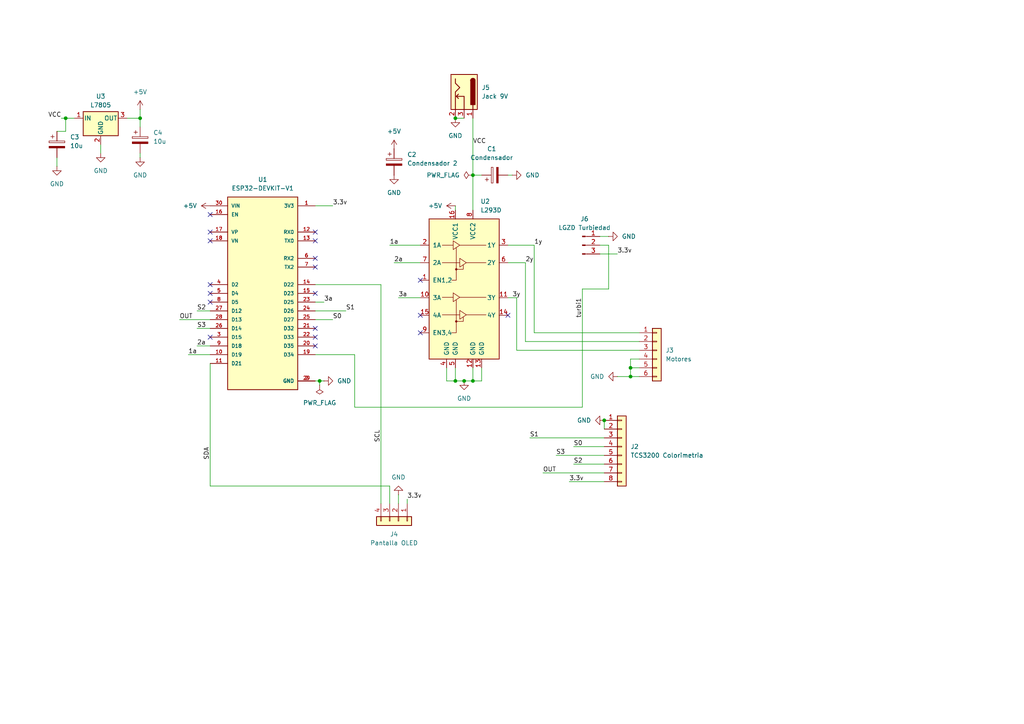
<source format=kicad_sch>
(kicad_sch
	(version 20231120)
	(generator "eeschema")
	(generator_version "8.0")
	(uuid "34ca2edd-577b-4747-9eb2-fe3028a78db9")
	(paper "A4")
	(title_block
		(title "Prototipo Control de Agua")
	)
	(lib_symbols
		(symbol "Connector:Barrel_Jack_Switch"
			(pin_names hide)
			(exclude_from_sim no)
			(in_bom yes)
			(on_board yes)
			(property "Reference" "J"
				(at 0 5.334 0)
				(effects
					(font
						(size 1.27 1.27)
					)
				)
			)
			(property "Value" "Barrel_Jack_Switch"
				(at 0 -5.08 0)
				(effects
					(font
						(size 1.27 1.27)
					)
				)
			)
			(property "Footprint" ""
				(at 1.27 -1.016 0)
				(effects
					(font
						(size 1.27 1.27)
					)
					(hide yes)
				)
			)
			(property "Datasheet" "~"
				(at 1.27 -1.016 0)
				(effects
					(font
						(size 1.27 1.27)
					)
					(hide yes)
				)
			)
			(property "Description" "DC Barrel Jack with an internal switch"
				(at 0 0 0)
				(effects
					(font
						(size 1.27 1.27)
					)
					(hide yes)
				)
			)
			(property "ki_keywords" "DC power barrel jack connector"
				(at 0 0 0)
				(effects
					(font
						(size 1.27 1.27)
					)
					(hide yes)
				)
			)
			(property "ki_fp_filters" "BarrelJack*"
				(at 0 0 0)
				(effects
					(font
						(size 1.27 1.27)
					)
					(hide yes)
				)
			)
			(symbol "Barrel_Jack_Switch_0_1"
				(rectangle
					(start -5.08 3.81)
					(end 5.08 -3.81)
					(stroke
						(width 0.254)
						(type default)
					)
					(fill
						(type background)
					)
				)
				(arc
					(start -3.302 3.175)
					(mid -3.9343 2.54)
					(end -3.302 1.905)
					(stroke
						(width 0.254)
						(type default)
					)
					(fill
						(type none)
					)
				)
				(arc
					(start -3.302 3.175)
					(mid -3.9343 2.54)
					(end -3.302 1.905)
					(stroke
						(width 0.254)
						(type default)
					)
					(fill
						(type outline)
					)
				)
				(polyline
					(pts
						(xy 1.27 -2.286) (xy 1.905 -1.651)
					)
					(stroke
						(width 0.254)
						(type default)
					)
					(fill
						(type none)
					)
				)
				(polyline
					(pts
						(xy 5.08 2.54) (xy 3.81 2.54)
					)
					(stroke
						(width 0.254)
						(type default)
					)
					(fill
						(type none)
					)
				)
				(polyline
					(pts
						(xy 5.08 0) (xy 1.27 0) (xy 1.27 -2.286) (xy 0.635 -1.651)
					)
					(stroke
						(width 0.254)
						(type default)
					)
					(fill
						(type none)
					)
				)
				(polyline
					(pts
						(xy -3.81 -2.54) (xy -2.54 -2.54) (xy -1.27 -1.27) (xy 0 -2.54) (xy 2.54 -2.54) (xy 5.08 -2.54)
					)
					(stroke
						(width 0.254)
						(type default)
					)
					(fill
						(type none)
					)
				)
				(rectangle
					(start 3.683 3.175)
					(end -3.302 1.905)
					(stroke
						(width 0.254)
						(type default)
					)
					(fill
						(type outline)
					)
				)
			)
			(symbol "Barrel_Jack_Switch_1_1"
				(pin passive line
					(at 7.62 2.54 180)
					(length 2.54)
					(name "~"
						(effects
							(font
								(size 1.27 1.27)
							)
						)
					)
					(number "1"
						(effects
							(font
								(size 1.27 1.27)
							)
						)
					)
				)
				(pin passive line
					(at 7.62 -2.54 180)
					(length 2.54)
					(name "~"
						(effects
							(font
								(size 1.27 1.27)
							)
						)
					)
					(number "2"
						(effects
							(font
								(size 1.27 1.27)
							)
						)
					)
				)
				(pin passive line
					(at 7.62 0 180)
					(length 2.54)
					(name "~"
						(effects
							(font
								(size 1.27 1.27)
							)
						)
					)
					(number "3"
						(effects
							(font
								(size 1.27 1.27)
							)
						)
					)
				)
			)
		)
		(symbol "Connector:Conn_01x03_Pin"
			(pin_names
				(offset 1.016) hide)
			(exclude_from_sim no)
			(in_bom yes)
			(on_board yes)
			(property "Reference" "J"
				(at 0 5.08 0)
				(effects
					(font
						(size 1.27 1.27)
					)
				)
			)
			(property "Value" "Conn_01x03_Pin"
				(at 0 -5.08 0)
				(effects
					(font
						(size 1.27 1.27)
					)
				)
			)
			(property "Footprint" ""
				(at 0 0 0)
				(effects
					(font
						(size 1.27 1.27)
					)
					(hide yes)
				)
			)
			(property "Datasheet" "~"
				(at 0 0 0)
				(effects
					(font
						(size 1.27 1.27)
					)
					(hide yes)
				)
			)
			(property "Description" "Generic connector, single row, 01x03, script generated"
				(at 0 0 0)
				(effects
					(font
						(size 1.27 1.27)
					)
					(hide yes)
				)
			)
			(property "ki_locked" ""
				(at 0 0 0)
				(effects
					(font
						(size 1.27 1.27)
					)
				)
			)
			(property "ki_keywords" "connector"
				(at 0 0 0)
				(effects
					(font
						(size 1.27 1.27)
					)
					(hide yes)
				)
			)
			(property "ki_fp_filters" "Connector*:*_1x??_*"
				(at 0 0 0)
				(effects
					(font
						(size 1.27 1.27)
					)
					(hide yes)
				)
			)
			(symbol "Conn_01x03_Pin_1_1"
				(polyline
					(pts
						(xy 1.27 -2.54) (xy 0.8636 -2.54)
					)
					(stroke
						(width 0.1524)
						(type default)
					)
					(fill
						(type none)
					)
				)
				(polyline
					(pts
						(xy 1.27 0) (xy 0.8636 0)
					)
					(stroke
						(width 0.1524)
						(type default)
					)
					(fill
						(type none)
					)
				)
				(polyline
					(pts
						(xy 1.27 2.54) (xy 0.8636 2.54)
					)
					(stroke
						(width 0.1524)
						(type default)
					)
					(fill
						(type none)
					)
				)
				(rectangle
					(start 0.8636 -2.413)
					(end 0 -2.667)
					(stroke
						(width 0.1524)
						(type default)
					)
					(fill
						(type outline)
					)
				)
				(rectangle
					(start 0.8636 0.127)
					(end 0 -0.127)
					(stroke
						(width 0.1524)
						(type default)
					)
					(fill
						(type outline)
					)
				)
				(rectangle
					(start 0.8636 2.667)
					(end 0 2.413)
					(stroke
						(width 0.1524)
						(type default)
					)
					(fill
						(type outline)
					)
				)
				(pin passive line
					(at 5.08 2.54 180)
					(length 3.81)
					(name "Pin_1"
						(effects
							(font
								(size 1.27 1.27)
							)
						)
					)
					(number "1"
						(effects
							(font
								(size 1.27 1.27)
							)
						)
					)
				)
				(pin passive line
					(at 5.08 0 180)
					(length 3.81)
					(name "Pin_2"
						(effects
							(font
								(size 1.27 1.27)
							)
						)
					)
					(number "2"
						(effects
							(font
								(size 1.27 1.27)
							)
						)
					)
				)
				(pin passive line
					(at 5.08 -2.54 180)
					(length 3.81)
					(name "Pin_3"
						(effects
							(font
								(size 1.27 1.27)
							)
						)
					)
					(number "3"
						(effects
							(font
								(size 1.27 1.27)
							)
						)
					)
				)
			)
		)
		(symbol "Connector_Generic:Conn_01x04"
			(pin_names
				(offset 1.016) hide)
			(exclude_from_sim no)
			(in_bom yes)
			(on_board yes)
			(property "Reference" "J"
				(at 0 5.08 0)
				(effects
					(font
						(size 1.27 1.27)
					)
				)
			)
			(property "Value" "Conn_01x04"
				(at 0 -7.62 0)
				(effects
					(font
						(size 1.27 1.27)
					)
				)
			)
			(property "Footprint" ""
				(at 0 0 0)
				(effects
					(font
						(size 1.27 1.27)
					)
					(hide yes)
				)
			)
			(property "Datasheet" "~"
				(at 0 0 0)
				(effects
					(font
						(size 1.27 1.27)
					)
					(hide yes)
				)
			)
			(property "Description" "Generic connector, single row, 01x04, script generated (kicad-library-utils/schlib/autogen/connector/)"
				(at 0 0 0)
				(effects
					(font
						(size 1.27 1.27)
					)
					(hide yes)
				)
			)
			(property "ki_keywords" "connector"
				(at 0 0 0)
				(effects
					(font
						(size 1.27 1.27)
					)
					(hide yes)
				)
			)
			(property "ki_fp_filters" "Connector*:*_1x??_*"
				(at 0 0 0)
				(effects
					(font
						(size 1.27 1.27)
					)
					(hide yes)
				)
			)
			(symbol "Conn_01x04_1_1"
				(rectangle
					(start -1.27 -4.953)
					(end 0 -5.207)
					(stroke
						(width 0.1524)
						(type default)
					)
					(fill
						(type none)
					)
				)
				(rectangle
					(start -1.27 -2.413)
					(end 0 -2.667)
					(stroke
						(width 0.1524)
						(type default)
					)
					(fill
						(type none)
					)
				)
				(rectangle
					(start -1.27 0.127)
					(end 0 -0.127)
					(stroke
						(width 0.1524)
						(type default)
					)
					(fill
						(type none)
					)
				)
				(rectangle
					(start -1.27 2.667)
					(end 0 2.413)
					(stroke
						(width 0.1524)
						(type default)
					)
					(fill
						(type none)
					)
				)
				(rectangle
					(start -1.27 3.81)
					(end 1.27 -6.35)
					(stroke
						(width 0.254)
						(type default)
					)
					(fill
						(type background)
					)
				)
				(pin passive line
					(at -5.08 2.54 0)
					(length 3.81)
					(name "Pin_1"
						(effects
							(font
								(size 1.27 1.27)
							)
						)
					)
					(number "1"
						(effects
							(font
								(size 1.27 1.27)
							)
						)
					)
				)
				(pin passive line
					(at -5.08 0 0)
					(length 3.81)
					(name "Pin_2"
						(effects
							(font
								(size 1.27 1.27)
							)
						)
					)
					(number "2"
						(effects
							(font
								(size 1.27 1.27)
							)
						)
					)
				)
				(pin passive line
					(at -5.08 -2.54 0)
					(length 3.81)
					(name "Pin_3"
						(effects
							(font
								(size 1.27 1.27)
							)
						)
					)
					(number "3"
						(effects
							(font
								(size 1.27 1.27)
							)
						)
					)
				)
				(pin passive line
					(at -5.08 -5.08 0)
					(length 3.81)
					(name "Pin_4"
						(effects
							(font
								(size 1.27 1.27)
							)
						)
					)
					(number "4"
						(effects
							(font
								(size 1.27 1.27)
							)
						)
					)
				)
			)
		)
		(symbol "Connector_Generic:Conn_01x06"
			(pin_names
				(offset 1.016) hide)
			(exclude_from_sim no)
			(in_bom yes)
			(on_board yes)
			(property "Reference" "J"
				(at 0 7.62 0)
				(effects
					(font
						(size 1.27 1.27)
					)
				)
			)
			(property "Value" "Conn_01x06"
				(at 0 -10.16 0)
				(effects
					(font
						(size 1.27 1.27)
					)
				)
			)
			(property "Footprint" ""
				(at 0 0 0)
				(effects
					(font
						(size 1.27 1.27)
					)
					(hide yes)
				)
			)
			(property "Datasheet" "~"
				(at 0 0 0)
				(effects
					(font
						(size 1.27 1.27)
					)
					(hide yes)
				)
			)
			(property "Description" "Generic connector, single row, 01x06, script generated (kicad-library-utils/schlib/autogen/connector/)"
				(at 0 0 0)
				(effects
					(font
						(size 1.27 1.27)
					)
					(hide yes)
				)
			)
			(property "ki_keywords" "connector"
				(at 0 0 0)
				(effects
					(font
						(size 1.27 1.27)
					)
					(hide yes)
				)
			)
			(property "ki_fp_filters" "Connector*:*_1x??_*"
				(at 0 0 0)
				(effects
					(font
						(size 1.27 1.27)
					)
					(hide yes)
				)
			)
			(symbol "Conn_01x06_1_1"
				(rectangle
					(start -1.27 -7.493)
					(end 0 -7.747)
					(stroke
						(width 0.1524)
						(type default)
					)
					(fill
						(type none)
					)
				)
				(rectangle
					(start -1.27 -4.953)
					(end 0 -5.207)
					(stroke
						(width 0.1524)
						(type default)
					)
					(fill
						(type none)
					)
				)
				(rectangle
					(start -1.27 -2.413)
					(end 0 -2.667)
					(stroke
						(width 0.1524)
						(type default)
					)
					(fill
						(type none)
					)
				)
				(rectangle
					(start -1.27 0.127)
					(end 0 -0.127)
					(stroke
						(width 0.1524)
						(type default)
					)
					(fill
						(type none)
					)
				)
				(rectangle
					(start -1.27 2.667)
					(end 0 2.413)
					(stroke
						(width 0.1524)
						(type default)
					)
					(fill
						(type none)
					)
				)
				(rectangle
					(start -1.27 5.207)
					(end 0 4.953)
					(stroke
						(width 0.1524)
						(type default)
					)
					(fill
						(type none)
					)
				)
				(rectangle
					(start -1.27 6.35)
					(end 1.27 -8.89)
					(stroke
						(width 0.254)
						(type default)
					)
					(fill
						(type background)
					)
				)
				(pin passive line
					(at -5.08 5.08 0)
					(length 3.81)
					(name "Pin_1"
						(effects
							(font
								(size 1.27 1.27)
							)
						)
					)
					(number "1"
						(effects
							(font
								(size 1.27 1.27)
							)
						)
					)
				)
				(pin passive line
					(at -5.08 2.54 0)
					(length 3.81)
					(name "Pin_2"
						(effects
							(font
								(size 1.27 1.27)
							)
						)
					)
					(number "2"
						(effects
							(font
								(size 1.27 1.27)
							)
						)
					)
				)
				(pin passive line
					(at -5.08 0 0)
					(length 3.81)
					(name "Pin_3"
						(effects
							(font
								(size 1.27 1.27)
							)
						)
					)
					(number "3"
						(effects
							(font
								(size 1.27 1.27)
							)
						)
					)
				)
				(pin passive line
					(at -5.08 -2.54 0)
					(length 3.81)
					(name "Pin_4"
						(effects
							(font
								(size 1.27 1.27)
							)
						)
					)
					(number "4"
						(effects
							(font
								(size 1.27 1.27)
							)
						)
					)
				)
				(pin passive line
					(at -5.08 -5.08 0)
					(length 3.81)
					(name "Pin_5"
						(effects
							(font
								(size 1.27 1.27)
							)
						)
					)
					(number "5"
						(effects
							(font
								(size 1.27 1.27)
							)
						)
					)
				)
				(pin passive line
					(at -5.08 -7.62 0)
					(length 3.81)
					(name "Pin_6"
						(effects
							(font
								(size 1.27 1.27)
							)
						)
					)
					(number "6"
						(effects
							(font
								(size 1.27 1.27)
							)
						)
					)
				)
			)
		)
		(symbol "Connector_Generic:Conn_01x08"
			(pin_names
				(offset 1.016) hide)
			(exclude_from_sim no)
			(in_bom yes)
			(on_board yes)
			(property "Reference" "J"
				(at 0 10.16 0)
				(effects
					(font
						(size 1.27 1.27)
					)
				)
			)
			(property "Value" "Conn_01x08"
				(at 0 -12.7 0)
				(effects
					(font
						(size 1.27 1.27)
					)
				)
			)
			(property "Footprint" ""
				(at 0 0 0)
				(effects
					(font
						(size 1.27 1.27)
					)
					(hide yes)
				)
			)
			(property "Datasheet" "~"
				(at 0 0 0)
				(effects
					(font
						(size 1.27 1.27)
					)
					(hide yes)
				)
			)
			(property "Description" "Generic connector, single row, 01x08, script generated (kicad-library-utils/schlib/autogen/connector/)"
				(at 0 0 0)
				(effects
					(font
						(size 1.27 1.27)
					)
					(hide yes)
				)
			)
			(property "ki_keywords" "connector"
				(at 0 0 0)
				(effects
					(font
						(size 1.27 1.27)
					)
					(hide yes)
				)
			)
			(property "ki_fp_filters" "Connector*:*_1x??_*"
				(at 0 0 0)
				(effects
					(font
						(size 1.27 1.27)
					)
					(hide yes)
				)
			)
			(symbol "Conn_01x08_1_1"
				(rectangle
					(start -1.27 -10.033)
					(end 0 -10.287)
					(stroke
						(width 0.1524)
						(type default)
					)
					(fill
						(type none)
					)
				)
				(rectangle
					(start -1.27 -7.493)
					(end 0 -7.747)
					(stroke
						(width 0.1524)
						(type default)
					)
					(fill
						(type none)
					)
				)
				(rectangle
					(start -1.27 -4.953)
					(end 0 -5.207)
					(stroke
						(width 0.1524)
						(type default)
					)
					(fill
						(type none)
					)
				)
				(rectangle
					(start -1.27 -2.413)
					(end 0 -2.667)
					(stroke
						(width 0.1524)
						(type default)
					)
					(fill
						(type none)
					)
				)
				(rectangle
					(start -1.27 0.127)
					(end 0 -0.127)
					(stroke
						(width 0.1524)
						(type default)
					)
					(fill
						(type none)
					)
				)
				(rectangle
					(start -1.27 2.667)
					(end 0 2.413)
					(stroke
						(width 0.1524)
						(type default)
					)
					(fill
						(type none)
					)
				)
				(rectangle
					(start -1.27 5.207)
					(end 0 4.953)
					(stroke
						(width 0.1524)
						(type default)
					)
					(fill
						(type none)
					)
				)
				(rectangle
					(start -1.27 7.747)
					(end 0 7.493)
					(stroke
						(width 0.1524)
						(type default)
					)
					(fill
						(type none)
					)
				)
				(rectangle
					(start -1.27 8.89)
					(end 1.27 -11.43)
					(stroke
						(width 0.254)
						(type default)
					)
					(fill
						(type background)
					)
				)
				(pin passive line
					(at -5.08 7.62 0)
					(length 3.81)
					(name "Pin_1"
						(effects
							(font
								(size 1.27 1.27)
							)
						)
					)
					(number "1"
						(effects
							(font
								(size 1.27 1.27)
							)
						)
					)
				)
				(pin passive line
					(at -5.08 5.08 0)
					(length 3.81)
					(name "Pin_2"
						(effects
							(font
								(size 1.27 1.27)
							)
						)
					)
					(number "2"
						(effects
							(font
								(size 1.27 1.27)
							)
						)
					)
				)
				(pin passive line
					(at -5.08 2.54 0)
					(length 3.81)
					(name "Pin_3"
						(effects
							(font
								(size 1.27 1.27)
							)
						)
					)
					(number "3"
						(effects
							(font
								(size 1.27 1.27)
							)
						)
					)
				)
				(pin passive line
					(at -5.08 0 0)
					(length 3.81)
					(name "Pin_4"
						(effects
							(font
								(size 1.27 1.27)
							)
						)
					)
					(number "4"
						(effects
							(font
								(size 1.27 1.27)
							)
						)
					)
				)
				(pin passive line
					(at -5.08 -2.54 0)
					(length 3.81)
					(name "Pin_5"
						(effects
							(font
								(size 1.27 1.27)
							)
						)
					)
					(number "5"
						(effects
							(font
								(size 1.27 1.27)
							)
						)
					)
				)
				(pin passive line
					(at -5.08 -5.08 0)
					(length 3.81)
					(name "Pin_6"
						(effects
							(font
								(size 1.27 1.27)
							)
						)
					)
					(number "6"
						(effects
							(font
								(size 1.27 1.27)
							)
						)
					)
				)
				(pin passive line
					(at -5.08 -7.62 0)
					(length 3.81)
					(name "Pin_7"
						(effects
							(font
								(size 1.27 1.27)
							)
						)
					)
					(number "7"
						(effects
							(font
								(size 1.27 1.27)
							)
						)
					)
				)
				(pin passive line
					(at -5.08 -10.16 0)
					(length 3.81)
					(name "Pin_8"
						(effects
							(font
								(size 1.27 1.27)
							)
						)
					)
					(number "8"
						(effects
							(font
								(size 1.27 1.27)
							)
						)
					)
				)
			)
		)
		(symbol "Device:C_Polarized"
			(pin_numbers hide)
			(pin_names
				(offset 0.254)
			)
			(exclude_from_sim no)
			(in_bom yes)
			(on_board yes)
			(property "Reference" "C"
				(at 0.635 2.54 0)
				(effects
					(font
						(size 1.27 1.27)
					)
					(justify left)
				)
			)
			(property "Value" "C_Polarized"
				(at 0.635 -2.54 0)
				(effects
					(font
						(size 1.27 1.27)
					)
					(justify left)
				)
			)
			(property "Footprint" ""
				(at 0.9652 -3.81 0)
				(effects
					(font
						(size 1.27 1.27)
					)
					(hide yes)
				)
			)
			(property "Datasheet" "~"
				(at 0 0 0)
				(effects
					(font
						(size 1.27 1.27)
					)
					(hide yes)
				)
			)
			(property "Description" "Polarized capacitor"
				(at 0 0 0)
				(effects
					(font
						(size 1.27 1.27)
					)
					(hide yes)
				)
			)
			(property "ki_keywords" "cap capacitor"
				(at 0 0 0)
				(effects
					(font
						(size 1.27 1.27)
					)
					(hide yes)
				)
			)
			(property "ki_fp_filters" "CP_*"
				(at 0 0 0)
				(effects
					(font
						(size 1.27 1.27)
					)
					(hide yes)
				)
			)
			(symbol "C_Polarized_0_1"
				(rectangle
					(start -2.286 0.508)
					(end 2.286 1.016)
					(stroke
						(width 0)
						(type default)
					)
					(fill
						(type none)
					)
				)
				(polyline
					(pts
						(xy -1.778 2.286) (xy -0.762 2.286)
					)
					(stroke
						(width 0)
						(type default)
					)
					(fill
						(type none)
					)
				)
				(polyline
					(pts
						(xy -1.27 2.794) (xy -1.27 1.778)
					)
					(stroke
						(width 0)
						(type default)
					)
					(fill
						(type none)
					)
				)
				(rectangle
					(start 2.286 -0.508)
					(end -2.286 -1.016)
					(stroke
						(width 0)
						(type default)
					)
					(fill
						(type outline)
					)
				)
			)
			(symbol "C_Polarized_1_1"
				(pin passive line
					(at 0 3.81 270)
					(length 2.794)
					(name "~"
						(effects
							(font
								(size 1.27 1.27)
							)
						)
					)
					(number "1"
						(effects
							(font
								(size 1.27 1.27)
							)
						)
					)
				)
				(pin passive line
					(at 0 -3.81 90)
					(length 2.794)
					(name "~"
						(effects
							(font
								(size 1.27 1.27)
							)
						)
					)
					(number "2"
						(effects
							(font
								(size 1.27 1.27)
							)
						)
					)
				)
			)
		)
		(symbol "Driver_Motor:L293D"
			(pin_names
				(offset 1.016)
			)
			(exclude_from_sim no)
			(in_bom yes)
			(on_board yes)
			(property "Reference" "U"
				(at -5.08 26.035 0)
				(effects
					(font
						(size 1.27 1.27)
					)
					(justify right)
				)
			)
			(property "Value" "L293D"
				(at -5.08 24.13 0)
				(effects
					(font
						(size 1.27 1.27)
					)
					(justify right)
				)
			)
			(property "Footprint" "Package_DIP:DIP-16_W7.62mm"
				(at 6.35 -19.05 0)
				(effects
					(font
						(size 1.27 1.27)
					)
					(justify left)
					(hide yes)
				)
			)
			(property "Datasheet" "http://www.ti.com/lit/ds/symlink/l293.pdf"
				(at -7.62 17.78 0)
				(effects
					(font
						(size 1.27 1.27)
					)
					(hide yes)
				)
			)
			(property "Description" "Quadruple Half-H Drivers"
				(at 0 0 0)
				(effects
					(font
						(size 1.27 1.27)
					)
					(hide yes)
				)
			)
			(property "ki_keywords" "Half-H Driver Motor"
				(at 0 0 0)
				(effects
					(font
						(size 1.27 1.27)
					)
					(hide yes)
				)
			)
			(property "ki_fp_filters" "DIP*W7.62mm*"
				(at 0 0 0)
				(effects
					(font
						(size 1.27 1.27)
					)
					(hide yes)
				)
			)
			(symbol "L293D_0_1"
				(rectangle
					(start -10.16 22.86)
					(end 10.16 -17.78)
					(stroke
						(width 0.254)
						(type default)
					)
					(fill
						(type background)
					)
				)
				(circle
					(center -2.286 -6.858)
					(radius 0.254)
					(stroke
						(width 0)
						(type default)
					)
					(fill
						(type outline)
					)
				)
				(circle
					(center -2.286 8.255)
					(radius 0.254)
					(stroke
						(width 0)
						(type default)
					)
					(fill
						(type outline)
					)
				)
				(polyline
					(pts
						(xy -6.35 -4.953) (xy -1.27 -4.953)
					)
					(stroke
						(width 0)
						(type default)
					)
					(fill
						(type none)
					)
				)
				(polyline
					(pts
						(xy -6.35 0.127) (xy -3.175 0.127)
					)
					(stroke
						(width 0)
						(type default)
					)
					(fill
						(type none)
					)
				)
				(polyline
					(pts
						(xy -6.35 10.16) (xy -1.27 10.16)
					)
					(stroke
						(width 0)
						(type default)
					)
					(fill
						(type none)
					)
				)
				(polyline
					(pts
						(xy -6.35 15.24) (xy -3.175 15.24)
					)
					(stroke
						(width 0)
						(type default)
					)
					(fill
						(type none)
					)
				)
				(polyline
					(pts
						(xy -1.27 0.127) (xy 6.35 0.127)
					)
					(stroke
						(width 0)
						(type default)
					)
					(fill
						(type none)
					)
				)
				(polyline
					(pts
						(xy -1.27 15.24) (xy 6.35 15.24)
					)
					(stroke
						(width 0)
						(type default)
					)
					(fill
						(type none)
					)
				)
				(polyline
					(pts
						(xy 0.635 -4.953) (xy 6.35 -4.953)
					)
					(stroke
						(width 0)
						(type default)
					)
					(fill
						(type none)
					)
				)
				(polyline
					(pts
						(xy 0.635 10.16) (xy 6.35 10.16)
					)
					(stroke
						(width 0)
						(type default)
					)
					(fill
						(type none)
					)
				)
				(polyline
					(pts
						(xy -2.286 -6.858) (xy -0.254 -6.858) (xy -0.254 -5.588)
					)
					(stroke
						(width 0)
						(type default)
					)
					(fill
						(type none)
					)
				)
				(polyline
					(pts
						(xy -2.286 -0.635) (xy -2.286 -10.16) (xy -3.556 -10.16)
					)
					(stroke
						(width 0)
						(type default)
					)
					(fill
						(type none)
					)
				)
				(polyline
					(pts
						(xy -2.286 8.255) (xy -0.254 8.255) (xy -0.254 9.525)
					)
					(stroke
						(width 0)
						(type default)
					)
					(fill
						(type none)
					)
				)
				(polyline
					(pts
						(xy -2.286 14.478) (xy -2.286 5.08) (xy -3.556 5.08)
					)
					(stroke
						(width 0)
						(type default)
					)
					(fill
						(type none)
					)
				)
				(polyline
					(pts
						(xy -3.175 1.397) (xy -3.175 -1.143) (xy -1.27 0.127) (xy -3.175 1.397)
					)
					(stroke
						(width 0)
						(type default)
					)
					(fill
						(type none)
					)
				)
				(polyline
					(pts
						(xy -3.175 16.51) (xy -3.175 13.97) (xy -1.27 15.24) (xy -3.175 16.51)
					)
					(stroke
						(width 0)
						(type default)
					)
					(fill
						(type none)
					)
				)
				(polyline
					(pts
						(xy -1.27 -3.683) (xy -1.27 -6.223) (xy 0.635 -4.953) (xy -1.27 -3.683)
					)
					(stroke
						(width 0)
						(type default)
					)
					(fill
						(type none)
					)
				)
				(polyline
					(pts
						(xy -1.27 11.43) (xy -1.27 8.89) (xy 0.635 10.16) (xy -1.27 11.43)
					)
					(stroke
						(width 0)
						(type default)
					)
					(fill
						(type none)
					)
				)
			)
			(symbol "L293D_1_1"
				(pin input line
					(at -12.7 5.08 0)
					(length 2.54)
					(name "EN1,2"
						(effects
							(font
								(size 1.27 1.27)
							)
						)
					)
					(number "1"
						(effects
							(font
								(size 1.27 1.27)
							)
						)
					)
				)
				(pin input line
					(at -12.7 0 0)
					(length 2.54)
					(name "3A"
						(effects
							(font
								(size 1.27 1.27)
							)
						)
					)
					(number "10"
						(effects
							(font
								(size 1.27 1.27)
							)
						)
					)
				)
				(pin output line
					(at 12.7 0 180)
					(length 2.54)
					(name "3Y"
						(effects
							(font
								(size 1.27 1.27)
							)
						)
					)
					(number "11"
						(effects
							(font
								(size 1.27 1.27)
							)
						)
					)
				)
				(pin power_in line
					(at 2.54 -20.32 90)
					(length 2.54)
					(name "GND"
						(effects
							(font
								(size 1.27 1.27)
							)
						)
					)
					(number "12"
						(effects
							(font
								(size 1.27 1.27)
							)
						)
					)
				)
				(pin power_in line
					(at 5.08 -20.32 90)
					(length 2.54)
					(name "GND"
						(effects
							(font
								(size 1.27 1.27)
							)
						)
					)
					(number "13"
						(effects
							(font
								(size 1.27 1.27)
							)
						)
					)
				)
				(pin output line
					(at 12.7 -5.08 180)
					(length 2.54)
					(name "4Y"
						(effects
							(font
								(size 1.27 1.27)
							)
						)
					)
					(number "14"
						(effects
							(font
								(size 1.27 1.27)
							)
						)
					)
				)
				(pin input line
					(at -12.7 -5.08 0)
					(length 2.54)
					(name "4A"
						(effects
							(font
								(size 1.27 1.27)
							)
						)
					)
					(number "15"
						(effects
							(font
								(size 1.27 1.27)
							)
						)
					)
				)
				(pin power_in line
					(at -2.54 25.4 270)
					(length 2.54)
					(name "VCC1"
						(effects
							(font
								(size 1.27 1.27)
							)
						)
					)
					(number "16"
						(effects
							(font
								(size 1.27 1.27)
							)
						)
					)
				)
				(pin input line
					(at -12.7 15.24 0)
					(length 2.54)
					(name "1A"
						(effects
							(font
								(size 1.27 1.27)
							)
						)
					)
					(number "2"
						(effects
							(font
								(size 1.27 1.27)
							)
						)
					)
				)
				(pin output line
					(at 12.7 15.24 180)
					(length 2.54)
					(name "1Y"
						(effects
							(font
								(size 1.27 1.27)
							)
						)
					)
					(number "3"
						(effects
							(font
								(size 1.27 1.27)
							)
						)
					)
				)
				(pin power_in line
					(at -5.08 -20.32 90)
					(length 2.54)
					(name "GND"
						(effects
							(font
								(size 1.27 1.27)
							)
						)
					)
					(number "4"
						(effects
							(font
								(size 1.27 1.27)
							)
						)
					)
				)
				(pin power_in line
					(at -2.54 -20.32 90)
					(length 2.54)
					(name "GND"
						(effects
							(font
								(size 1.27 1.27)
							)
						)
					)
					(number "5"
						(effects
							(font
								(size 1.27 1.27)
							)
						)
					)
				)
				(pin output line
					(at 12.7 10.16 180)
					(length 2.54)
					(name "2Y"
						(effects
							(font
								(size 1.27 1.27)
							)
						)
					)
					(number "6"
						(effects
							(font
								(size 1.27 1.27)
							)
						)
					)
				)
				(pin input line
					(at -12.7 10.16 0)
					(length 2.54)
					(name "2A"
						(effects
							(font
								(size 1.27 1.27)
							)
						)
					)
					(number "7"
						(effects
							(font
								(size 1.27 1.27)
							)
						)
					)
				)
				(pin power_in line
					(at 2.54 25.4 270)
					(length 2.54)
					(name "VCC2"
						(effects
							(font
								(size 1.27 1.27)
							)
						)
					)
					(number "8"
						(effects
							(font
								(size 1.27 1.27)
							)
						)
					)
				)
				(pin input line
					(at -12.7 -10.16 0)
					(length 2.54)
					(name "EN3,4"
						(effects
							(font
								(size 1.27 1.27)
							)
						)
					)
					(number "9"
						(effects
							(font
								(size 1.27 1.27)
							)
						)
					)
				)
			)
		)
		(symbol "Regulator_Linear:L7805"
			(pin_names
				(offset 0.254)
			)
			(exclude_from_sim no)
			(in_bom yes)
			(on_board yes)
			(property "Reference" "U"
				(at -3.81 3.175 0)
				(effects
					(font
						(size 1.27 1.27)
					)
				)
			)
			(property "Value" "L7805"
				(at 0 3.175 0)
				(effects
					(font
						(size 1.27 1.27)
					)
					(justify left)
				)
			)
			(property "Footprint" ""
				(at 0.635 -3.81 0)
				(effects
					(font
						(size 1.27 1.27)
						(italic yes)
					)
					(justify left)
					(hide yes)
				)
			)
			(property "Datasheet" "http://www.st.com/content/ccc/resource/technical/document/datasheet/41/4f/b3/b0/12/d4/47/88/CD00000444.pdf/files/CD00000444.pdf/jcr:content/translations/en.CD00000444.pdf"
				(at 0 -1.27 0)
				(effects
					(font
						(size 1.27 1.27)
					)
					(hide yes)
				)
			)
			(property "Description" "Positive 1.5A 35V Linear Regulator, Fixed Output 5V, TO-220/TO-263/TO-252"
				(at 0 0 0)
				(effects
					(font
						(size 1.27 1.27)
					)
					(hide yes)
				)
			)
			(property "ki_keywords" "Voltage Regulator 1.5A Positive"
				(at 0 0 0)
				(effects
					(font
						(size 1.27 1.27)
					)
					(hide yes)
				)
			)
			(property "ki_fp_filters" "TO?252* TO?263* TO?220*"
				(at 0 0 0)
				(effects
					(font
						(size 1.27 1.27)
					)
					(hide yes)
				)
			)
			(symbol "L7805_0_1"
				(rectangle
					(start -5.08 1.905)
					(end 5.08 -5.08)
					(stroke
						(width 0.254)
						(type default)
					)
					(fill
						(type background)
					)
				)
			)
			(symbol "L7805_1_1"
				(pin power_in line
					(at -7.62 0 0)
					(length 2.54)
					(name "IN"
						(effects
							(font
								(size 1.27 1.27)
							)
						)
					)
					(number "1"
						(effects
							(font
								(size 1.27 1.27)
							)
						)
					)
				)
				(pin power_in line
					(at 0 -7.62 90)
					(length 2.54)
					(name "GND"
						(effects
							(font
								(size 1.27 1.27)
							)
						)
					)
					(number "2"
						(effects
							(font
								(size 1.27 1.27)
							)
						)
					)
				)
				(pin power_out line
					(at 7.62 0 180)
					(length 2.54)
					(name "OUT"
						(effects
							(font
								(size 1.27 1.27)
							)
						)
					)
					(number "3"
						(effects
							(font
								(size 1.27 1.27)
							)
						)
					)
				)
			)
		)
		(symbol "devkit-esp32:ESP32-DEVKIT-V1"
			(pin_names
				(offset 1.016)
			)
			(exclude_from_sim no)
			(in_bom yes)
			(on_board yes)
			(property "Reference" "U"
				(at -10.16 30.48 0)
				(effects
					(font
						(size 1.27 1.27)
					)
					(justify left top)
				)
			)
			(property "Value" "ESP32-DEVKIT-V1"
				(at -10.16 -30.48 0)
				(effects
					(font
						(size 1.27 1.27)
					)
					(justify left bottom)
				)
			)
			(property "Footprint" "ESP32-DEVKIT-V1:MODULE_ESP32_DEVKIT_V1"
				(at 0 0 0)
				(effects
					(font
						(size 1.27 1.27)
					)
					(justify bottom)
					(hide yes)
				)
			)
			(property "Datasheet" ""
				(at 0 0 0)
				(effects
					(font
						(size 1.27 1.27)
					)
					(hide yes)
				)
			)
			(property "Description" ""
				(at 0 0 0)
				(effects
					(font
						(size 1.27 1.27)
					)
					(hide yes)
				)
			)
			(property "MF" "Do it"
				(at 0 0 0)
				(effects
					(font
						(size 1.27 1.27)
					)
					(justify bottom)
					(hide yes)
				)
			)
			(property "MAXIMUM_PACKAGE_HEIGHT" "6.8 mm"
				(at 0 0 0)
				(effects
					(font
						(size 1.27 1.27)
					)
					(justify bottom)
					(hide yes)
				)
			)
			(property "Package" "None"
				(at 0 0 0)
				(effects
					(font
						(size 1.27 1.27)
					)
					(justify bottom)
					(hide yes)
				)
			)
			(property "Price" "None"
				(at 0 0 0)
				(effects
					(font
						(size 1.27 1.27)
					)
					(justify bottom)
					(hide yes)
				)
			)
			(property "Check_prices" "https://www.snapeda.com/parts/ESP32-DEVKIT-V1/Do+it/view-part/?ref=eda"
				(at 0 0 0)
				(effects
					(font
						(size 1.27 1.27)
					)
					(justify bottom)
					(hide yes)
				)
			)
			(property "STANDARD" "Manufacturer Recommendations"
				(at 0 0 0)
				(effects
					(font
						(size 1.27 1.27)
					)
					(justify bottom)
					(hide yes)
				)
			)
			(property "PARTREV" "N/A"
				(at 0 0 0)
				(effects
					(font
						(size 1.27 1.27)
					)
					(justify bottom)
					(hide yes)
				)
			)
			(property "SnapEDA_Link" "https://www.snapeda.com/parts/ESP32-DEVKIT-V1/Do+it/view-part/?ref=snap"
				(at 0 0 0)
				(effects
					(font
						(size 1.27 1.27)
					)
					(justify bottom)
					(hide yes)
				)
			)
			(property "MP" "ESP32-DEVKIT-V1"
				(at 0 0 0)
				(effects
					(font
						(size 1.27 1.27)
					)
					(justify bottom)
					(hide yes)
				)
			)
			(property "Description_1" "\n                        \n                            Dual core, Wi-Fi: 2.4 GHz up to 150 Mbits/s,BLE (Bluetooth Low Energy) and legacy Bluetooth, 32 bits, Up to 240 MHz\n                        \n"
				(at 0 0 0)
				(effects
					(font
						(size 1.27 1.27)
					)
					(justify bottom)
					(hide yes)
				)
			)
			(property "Availability" "Not in stock"
				(at 0 0 0)
				(effects
					(font
						(size 1.27 1.27)
					)
					(justify bottom)
					(hide yes)
				)
			)
			(property "MANUFACTURER" "DOIT"
				(at 0 0 0)
				(effects
					(font
						(size 1.27 1.27)
					)
					(justify bottom)
					(hide yes)
				)
			)
			(symbol "ESP32-DEVKIT-V1_0_0"
				(rectangle
					(start -10.16 -27.94)
					(end 10.16 27.94)
					(stroke
						(width 0.254)
						(type default)
					)
					(fill
						(type background)
					)
				)
				(pin output line
					(at 15.24 25.4 180)
					(length 5.08)
					(name "3V3"
						(effects
							(font
								(size 1.016 1.016)
							)
						)
					)
					(number "1"
						(effects
							(font
								(size 1.016 1.016)
							)
						)
					)
				)
				(pin bidirectional line
					(at -15.24 -17.78 0)
					(length 5.08)
					(name "D19"
						(effects
							(font
								(size 1.016 1.016)
							)
						)
					)
					(number "10"
						(effects
							(font
								(size 1.016 1.016)
							)
						)
					)
				)
				(pin bidirectional line
					(at -15.24 -20.32 0)
					(length 5.08)
					(name "D21"
						(effects
							(font
								(size 1.016 1.016)
							)
						)
					)
					(number "11"
						(effects
							(font
								(size 1.016 1.016)
							)
						)
					)
				)
				(pin input line
					(at 15.24 17.78 180)
					(length 5.08)
					(name "RX0"
						(effects
							(font
								(size 1.016 1.016)
							)
						)
					)
					(number "12"
						(effects
							(font
								(size 1.016 1.016)
							)
						)
					)
				)
				(pin output line
					(at 15.24 15.24 180)
					(length 5.08)
					(name "TX0"
						(effects
							(font
								(size 1.016 1.016)
							)
						)
					)
					(number "13"
						(effects
							(font
								(size 1.016 1.016)
							)
						)
					)
				)
				(pin bidirectional line
					(at 15.24 2.54 180)
					(length 5.08)
					(name "D22"
						(effects
							(font
								(size 1.016 1.016)
							)
						)
					)
					(number "14"
						(effects
							(font
								(size 1.016 1.016)
							)
						)
					)
				)
				(pin bidirectional line
					(at 15.24 0 180)
					(length 5.08)
					(name "D23"
						(effects
							(font
								(size 1.016 1.016)
							)
						)
					)
					(number "15"
						(effects
							(font
								(size 1.016 1.016)
							)
						)
					)
				)
				(pin input line
					(at -15.24 22.86 0)
					(length 5.08)
					(name "EN"
						(effects
							(font
								(size 1.016 1.016)
							)
						)
					)
					(number "16"
						(effects
							(font
								(size 1.016 1.016)
							)
						)
					)
				)
				(pin bidirectional line
					(at -15.24 17.78 0)
					(length 5.08)
					(name "VP"
						(effects
							(font
								(size 1.016 1.016)
							)
						)
					)
					(number "17"
						(effects
							(font
								(size 1.016 1.016)
							)
						)
					)
				)
				(pin bidirectional line
					(at -15.24 15.24 0)
					(length 5.08)
					(name "VN"
						(effects
							(font
								(size 1.016 1.016)
							)
						)
					)
					(number "18"
						(effects
							(font
								(size 1.016 1.016)
							)
						)
					)
				)
				(pin bidirectional line
					(at 15.24 -17.78 180)
					(length 5.08)
					(name "D34"
						(effects
							(font
								(size 1.016 1.016)
							)
						)
					)
					(number "19"
						(effects
							(font
								(size 1.016 1.016)
							)
						)
					)
				)
				(pin power_in line
					(at 15.24 -25.4 180)
					(length 5.08)
					(name "GND"
						(effects
							(font
								(size 1.016 1.016)
							)
						)
					)
					(number "2"
						(effects
							(font
								(size 1.016 1.016)
							)
						)
					)
				)
				(pin bidirectional line
					(at 15.24 -15.24 180)
					(length 5.08)
					(name "D35"
						(effects
							(font
								(size 1.016 1.016)
							)
						)
					)
					(number "20"
						(effects
							(font
								(size 1.016 1.016)
							)
						)
					)
				)
				(pin bidirectional line
					(at 15.24 -10.16 180)
					(length 5.08)
					(name "D32"
						(effects
							(font
								(size 1.016 1.016)
							)
						)
					)
					(number "21"
						(effects
							(font
								(size 1.016 1.016)
							)
						)
					)
				)
				(pin bidirectional line
					(at 15.24 -12.7 180)
					(length 5.08)
					(name "D33"
						(effects
							(font
								(size 1.016 1.016)
							)
						)
					)
					(number "22"
						(effects
							(font
								(size 1.016 1.016)
							)
						)
					)
				)
				(pin bidirectional line
					(at 15.24 -2.54 180)
					(length 5.08)
					(name "D25"
						(effects
							(font
								(size 1.016 1.016)
							)
						)
					)
					(number "23"
						(effects
							(font
								(size 1.016 1.016)
							)
						)
					)
				)
				(pin bidirectional line
					(at 15.24 -5.08 180)
					(length 5.08)
					(name "D26"
						(effects
							(font
								(size 1.016 1.016)
							)
						)
					)
					(number "24"
						(effects
							(font
								(size 1.016 1.016)
							)
						)
					)
				)
				(pin bidirectional line
					(at 15.24 -7.62 180)
					(length 5.08)
					(name "D27"
						(effects
							(font
								(size 1.016 1.016)
							)
						)
					)
					(number "25"
						(effects
							(font
								(size 1.016 1.016)
							)
						)
					)
				)
				(pin bidirectional line
					(at -15.24 -10.16 0)
					(length 5.08)
					(name "D14"
						(effects
							(font
								(size 1.016 1.016)
							)
						)
					)
					(number "26"
						(effects
							(font
								(size 1.016 1.016)
							)
						)
					)
				)
				(pin bidirectional line
					(at -15.24 -5.08 0)
					(length 5.08)
					(name "D12"
						(effects
							(font
								(size 1.016 1.016)
							)
						)
					)
					(number "27"
						(effects
							(font
								(size 1.016 1.016)
							)
						)
					)
				)
				(pin bidirectional line
					(at -15.24 -7.62 0)
					(length 5.08)
					(name "D13"
						(effects
							(font
								(size 1.016 1.016)
							)
						)
					)
					(number "28"
						(effects
							(font
								(size 1.016 1.016)
							)
						)
					)
				)
				(pin power_in line
					(at 15.24 -25.4 180)
					(length 5.08)
					(name "GND"
						(effects
							(font
								(size 1.016 1.016)
							)
						)
					)
					(number "29"
						(effects
							(font
								(size 1.016 1.016)
							)
						)
					)
				)
				(pin bidirectional line
					(at -15.24 -12.7 0)
					(length 5.08)
					(name "D15"
						(effects
							(font
								(size 1.016 1.016)
							)
						)
					)
					(number "3"
						(effects
							(font
								(size 1.016 1.016)
							)
						)
					)
				)
				(pin input line
					(at -15.24 25.4 0)
					(length 5.08)
					(name "VIN"
						(effects
							(font
								(size 1.016 1.016)
							)
						)
					)
					(number "30"
						(effects
							(font
								(size 1.016 1.016)
							)
						)
					)
				)
				(pin bidirectional line
					(at -15.24 2.54 0)
					(length 5.08)
					(name "D2"
						(effects
							(font
								(size 1.016 1.016)
							)
						)
					)
					(number "4"
						(effects
							(font
								(size 1.016 1.016)
							)
						)
					)
				)
				(pin bidirectional line
					(at -15.24 0 0)
					(length 5.08)
					(name "D4"
						(effects
							(font
								(size 1.016 1.016)
							)
						)
					)
					(number "5"
						(effects
							(font
								(size 1.016 1.016)
							)
						)
					)
				)
				(pin input line
					(at 15.24 10.16 180)
					(length 5.08)
					(name "RX2"
						(effects
							(font
								(size 1.016 1.016)
							)
						)
					)
					(number "6"
						(effects
							(font
								(size 1.016 1.016)
							)
						)
					)
				)
				(pin output line
					(at 15.24 7.62 180)
					(length 5.08)
					(name "TX2"
						(effects
							(font
								(size 1.016 1.016)
							)
						)
					)
					(number "7"
						(effects
							(font
								(size 1.016 1.016)
							)
						)
					)
				)
				(pin bidirectional line
					(at -15.24 -2.54 0)
					(length 5.08)
					(name "D5"
						(effects
							(font
								(size 1.016 1.016)
							)
						)
					)
					(number "8"
						(effects
							(font
								(size 1.016 1.016)
							)
						)
					)
				)
				(pin bidirectional line
					(at -15.24 -15.24 0)
					(length 5.08)
					(name "D18"
						(effects
							(font
								(size 1.016 1.016)
							)
						)
					)
					(number "9"
						(effects
							(font
								(size 1.016 1.016)
							)
						)
					)
				)
			)
		)
		(symbol "power:+5V"
			(power)
			(pin_numbers hide)
			(pin_names
				(offset 0) hide)
			(exclude_from_sim no)
			(in_bom yes)
			(on_board yes)
			(property "Reference" "#PWR"
				(at 0 -3.81 0)
				(effects
					(font
						(size 1.27 1.27)
					)
					(hide yes)
				)
			)
			(property "Value" "+5V"
				(at 0 3.556 0)
				(effects
					(font
						(size 1.27 1.27)
					)
				)
			)
			(property "Footprint" ""
				(at 0 0 0)
				(effects
					(font
						(size 1.27 1.27)
					)
					(hide yes)
				)
			)
			(property "Datasheet" ""
				(at 0 0 0)
				(effects
					(font
						(size 1.27 1.27)
					)
					(hide yes)
				)
			)
			(property "Description" "Power symbol creates a global label with name \"+5V\""
				(at 0 0 0)
				(effects
					(font
						(size 1.27 1.27)
					)
					(hide yes)
				)
			)
			(property "ki_keywords" "global power"
				(at 0 0 0)
				(effects
					(font
						(size 1.27 1.27)
					)
					(hide yes)
				)
			)
			(symbol "+5V_0_1"
				(polyline
					(pts
						(xy -0.762 1.27) (xy 0 2.54)
					)
					(stroke
						(width 0)
						(type default)
					)
					(fill
						(type none)
					)
				)
				(polyline
					(pts
						(xy 0 0) (xy 0 2.54)
					)
					(stroke
						(width 0)
						(type default)
					)
					(fill
						(type none)
					)
				)
				(polyline
					(pts
						(xy 0 2.54) (xy 0.762 1.27)
					)
					(stroke
						(width 0)
						(type default)
					)
					(fill
						(type none)
					)
				)
			)
			(symbol "+5V_1_1"
				(pin power_in line
					(at 0 0 90)
					(length 0)
					(name "~"
						(effects
							(font
								(size 1.27 1.27)
							)
						)
					)
					(number "1"
						(effects
							(font
								(size 1.27 1.27)
							)
						)
					)
				)
			)
		)
		(symbol "power:GND"
			(power)
			(pin_numbers hide)
			(pin_names
				(offset 0) hide)
			(exclude_from_sim no)
			(in_bom yes)
			(on_board yes)
			(property "Reference" "#PWR"
				(at 0 -6.35 0)
				(effects
					(font
						(size 1.27 1.27)
					)
					(hide yes)
				)
			)
			(property "Value" "GND"
				(at 0 -3.81 0)
				(effects
					(font
						(size 1.27 1.27)
					)
				)
			)
			(property "Footprint" ""
				(at 0 0 0)
				(effects
					(font
						(size 1.27 1.27)
					)
					(hide yes)
				)
			)
			(property "Datasheet" ""
				(at 0 0 0)
				(effects
					(font
						(size 1.27 1.27)
					)
					(hide yes)
				)
			)
			(property "Description" "Power symbol creates a global label with name \"GND\" , ground"
				(at 0 0 0)
				(effects
					(font
						(size 1.27 1.27)
					)
					(hide yes)
				)
			)
			(property "ki_keywords" "global power"
				(at 0 0 0)
				(effects
					(font
						(size 1.27 1.27)
					)
					(hide yes)
				)
			)
			(symbol "GND_0_1"
				(polyline
					(pts
						(xy 0 0) (xy 0 -1.27) (xy 1.27 -1.27) (xy 0 -2.54) (xy -1.27 -1.27) (xy 0 -1.27)
					)
					(stroke
						(width 0)
						(type default)
					)
					(fill
						(type none)
					)
				)
			)
			(symbol "GND_1_1"
				(pin power_in line
					(at 0 0 270)
					(length 0)
					(name "~"
						(effects
							(font
								(size 1.27 1.27)
							)
						)
					)
					(number "1"
						(effects
							(font
								(size 1.27 1.27)
							)
						)
					)
				)
			)
		)
		(symbol "power:PWR_FLAG"
			(power)
			(pin_numbers hide)
			(pin_names
				(offset 0) hide)
			(exclude_from_sim no)
			(in_bom yes)
			(on_board yes)
			(property "Reference" "#FLG"
				(at 0 1.905 0)
				(effects
					(font
						(size 1.27 1.27)
					)
					(hide yes)
				)
			)
			(property "Value" "PWR_FLAG"
				(at 0 3.81 0)
				(effects
					(font
						(size 1.27 1.27)
					)
				)
			)
			(property "Footprint" ""
				(at 0 0 0)
				(effects
					(font
						(size 1.27 1.27)
					)
					(hide yes)
				)
			)
			(property "Datasheet" "~"
				(at 0 0 0)
				(effects
					(font
						(size 1.27 1.27)
					)
					(hide yes)
				)
			)
			(property "Description" "Special symbol for telling ERC where power comes from"
				(at 0 0 0)
				(effects
					(font
						(size 1.27 1.27)
					)
					(hide yes)
				)
			)
			(property "ki_keywords" "flag power"
				(at 0 0 0)
				(effects
					(font
						(size 1.27 1.27)
					)
					(hide yes)
				)
			)
			(symbol "PWR_FLAG_0_0"
				(pin power_out line
					(at 0 0 90)
					(length 0)
					(name "~"
						(effects
							(font
								(size 1.27 1.27)
							)
						)
					)
					(number "1"
						(effects
							(font
								(size 1.27 1.27)
							)
						)
					)
				)
			)
			(symbol "PWR_FLAG_0_1"
				(polyline
					(pts
						(xy 0 0) (xy 0 1.27) (xy -1.016 1.905) (xy 0 2.54) (xy 1.016 1.905) (xy 0 1.27)
					)
					(stroke
						(width 0)
						(type default)
					)
					(fill
						(type none)
					)
				)
			)
		)
	)
	(junction
		(at 137.16 50.8)
		(diameter 0)
		(color 0 0 0 0)
		(uuid "1ef98086-8287-46cf-925c-471b527c7928")
	)
	(junction
		(at 134.62 110.49)
		(diameter 0)
		(color 0 0 0 0)
		(uuid "5a68e996-bfc3-4cc2-b165-f3aa91b741c0")
	)
	(junction
		(at 19.05 34.29)
		(diameter 0)
		(color 0 0 0 0)
		(uuid "7a155f9f-27f3-4d95-a0f8-19a1ff7b4f75")
	)
	(junction
		(at 182.88 106.68)
		(diameter 0)
		(color 0 0 0 0)
		(uuid "824db45e-12f4-47e1-9c4b-b065f0b83844")
	)
	(junction
		(at 132.08 110.49)
		(diameter 0)
		(color 0 0 0 0)
		(uuid "8fdbbbd6-08f0-49cb-b0fd-cf7d4dc0c8cd")
	)
	(junction
		(at 40.64 34.29)
		(diameter 0)
		(color 0 0 0 0)
		(uuid "94aab26e-74e6-421e-a32a-45e610e8e5fb")
	)
	(junction
		(at 137.16 110.49)
		(diameter 0)
		(color 0 0 0 0)
		(uuid "99551fc2-b24a-4ace-b817-f491877f64f5")
	)
	(junction
		(at 132.08 34.29)
		(diameter 0)
		(color 0 0 0 0)
		(uuid "9b99c1c3-27e9-4b04-8eb1-f0ad74facd98")
	)
	(junction
		(at 175.26 121.92)
		(diameter 0)
		(color 0 0 0 0)
		(uuid "b47291d1-012e-447a-a0ce-c2cfca90689e")
	)
	(junction
		(at 182.88 109.22)
		(diameter 0)
		(color 0 0 0 0)
		(uuid "bc18bb23-eb18-48ad-bd34-cc09fff43cc8")
	)
	(junction
		(at 92.71 110.49)
		(diameter 0)
		(color 0 0 0 0)
		(uuid "ce31d463-7dd6-43b4-ac4d-393fcfe6efe7")
	)
	(no_connect
		(at 121.92 81.28)
		(uuid "1d5fd7e3-c7e2-425c-8743-09e0aaa6ed28")
	)
	(no_connect
		(at 91.44 74.93)
		(uuid "1efa1a32-824f-4bf7-a154-d9b19c431815")
	)
	(no_connect
		(at 91.44 95.25)
		(uuid "4e2fe67e-51d4-43a8-9031-911726890735")
	)
	(no_connect
		(at 60.96 67.31)
		(uuid "53d94c55-6147-41b4-b81e-6f43079eede4")
	)
	(no_connect
		(at 60.96 82.55)
		(uuid "5f6ae278-8c19-4591-84b5-d07e4fc87375")
	)
	(no_connect
		(at 60.96 87.63)
		(uuid "6266c604-4386-4560-a1a4-6a4d939d9786")
	)
	(no_connect
		(at 121.92 91.44)
		(uuid "65778195-92d9-4eff-a710-41f82393e37f")
	)
	(no_connect
		(at 60.96 69.85)
		(uuid "6a4c8d32-3d1c-45bb-bc0c-a9fc2892aab7")
	)
	(no_connect
		(at 91.44 97.79)
		(uuid "6ac02c81-dd34-4d35-9b00-c088bb7e44aa")
	)
	(no_connect
		(at 60.96 62.23)
		(uuid "70d7aa1f-2b38-479e-93e7-4156a5628708")
	)
	(no_connect
		(at 91.44 69.85)
		(uuid "8024ab89-c27e-4837-9e58-cc49d22222c5")
	)
	(no_connect
		(at 91.44 77.47)
		(uuid "98617499-9b2c-40c1-a640-1b189c2fe8d0")
	)
	(no_connect
		(at 91.44 85.09)
		(uuid "b39d9b41-d1eb-4100-a02c-fd6c8810040b")
	)
	(no_connect
		(at 91.44 67.31)
		(uuid "b597afa5-8581-4c20-81e8-e38cad95848c")
	)
	(no_connect
		(at 91.44 100.33)
		(uuid "bc508d56-cecc-416f-8d77-c538cbefbe18")
	)
	(no_connect
		(at 121.92 96.52)
		(uuid "e55f6bc7-a29d-4441-a40a-1d9fa98579ed")
	)
	(no_connect
		(at 60.96 97.79)
		(uuid "e614c44e-de9d-438f-89c1-841b22fa5a7e")
	)
	(no_connect
		(at 147.32 91.44)
		(uuid "f606311b-976b-460f-ab24-a8a0a81cc5e8")
	)
	(no_connect
		(at 60.96 85.09)
		(uuid "f7f0257b-a4dd-4c45-8ab6-f9164cd35cad")
	)
	(wire
		(pts
			(xy 139.7 110.49) (xy 137.16 110.49)
		)
		(stroke
			(width 0)
			(type default)
		)
		(uuid "000dc582-875e-457b-9c31-c541aef97f42")
	)
	(wire
		(pts
			(xy 148.59 50.8) (xy 147.32 50.8)
		)
		(stroke
			(width 0)
			(type default)
		)
		(uuid "0073717e-30d3-4678-923f-aae116338219")
	)
	(wire
		(pts
			(xy 132.08 110.49) (xy 134.62 110.49)
		)
		(stroke
			(width 0)
			(type default)
		)
		(uuid "0303f286-5576-47af-8240-3187f0b1902c")
	)
	(wire
		(pts
			(xy 185.42 106.68) (xy 182.88 106.68)
		)
		(stroke
			(width 0)
			(type default)
		)
		(uuid "0534a0f0-9f13-4d9f-a516-2110e9b0e34a")
	)
	(wire
		(pts
			(xy 60.96 105.41) (xy 60.96 140.97)
		)
		(stroke
			(width 0)
			(type default)
		)
		(uuid "0c4e0b06-33f1-4413-a812-bfe57e5803f9")
	)
	(wire
		(pts
			(xy 19.05 34.29) (xy 21.59 34.29)
		)
		(stroke
			(width 0)
			(type default)
		)
		(uuid "0e138024-b643-4e6a-90b2-1b8a36f7ea3a")
	)
	(wire
		(pts
			(xy 175.26 121.92) (xy 175.26 124.46)
		)
		(stroke
			(width 0)
			(type default)
		)
		(uuid "0e6915da-5c4a-4b95-b549-19b30594e1fe")
	)
	(wire
		(pts
			(xy 179.07 109.22) (xy 182.88 109.22)
		)
		(stroke
			(width 0)
			(type default)
		)
		(uuid "10bb2deb-33e2-4fa9-a8ff-e12ac5f05c61")
	)
	(wire
		(pts
			(xy 152.4 99.06) (xy 185.42 99.06)
		)
		(stroke
			(width 0)
			(type default)
		)
		(uuid "126b8625-e49a-4334-b450-47c44296b941")
	)
	(wire
		(pts
			(xy 154.94 71.12) (xy 147.32 71.12)
		)
		(stroke
			(width 0)
			(type default)
		)
		(uuid "13da4e4c-5f34-4337-a522-4458a430aa8e")
	)
	(wire
		(pts
			(xy 161.29 132.08) (xy 175.26 132.08)
		)
		(stroke
			(width 0)
			(type default)
		)
		(uuid "1870df97-a3a2-40f4-9932-520f67732748")
	)
	(wire
		(pts
			(xy 60.96 140.97) (xy 113.03 140.97)
		)
		(stroke
			(width 0)
			(type default)
		)
		(uuid "1991f6dc-73b7-4ac8-a5ad-70a55c6a6033")
	)
	(wire
		(pts
			(xy 92.71 111.76) (xy 92.71 110.49)
		)
		(stroke
			(width 0)
			(type default)
		)
		(uuid "1c48e4cb-ae32-4e14-a3ab-e515aeea6752")
	)
	(wire
		(pts
			(xy 182.88 109.22) (xy 185.42 109.22)
		)
		(stroke
			(width 0)
			(type default)
		)
		(uuid "1d86420e-00a9-42fe-82b2-fa77edb38f61")
	)
	(wire
		(pts
			(xy 102.87 118.11) (xy 168.91 118.11)
		)
		(stroke
			(width 0)
			(type default)
		)
		(uuid "1f3a7a53-7fa2-4da1-8833-18927584ee21")
	)
	(wire
		(pts
			(xy 182.88 104.14) (xy 182.88 106.68)
		)
		(stroke
			(width 0)
			(type default)
		)
		(uuid "2400c89c-6e1f-4538-85a6-176b07d8250c")
	)
	(wire
		(pts
			(xy 113.03 140.97) (xy 113.03 146.05)
		)
		(stroke
			(width 0)
			(type default)
		)
		(uuid "26a4fc93-add4-4082-9166-a3a32d2a7b9e")
	)
	(wire
		(pts
			(xy 132.08 34.29) (xy 134.62 34.29)
		)
		(stroke
			(width 0)
			(type default)
		)
		(uuid "27a3ba03-e50d-4aa8-af83-ad1a54cfd0fc")
	)
	(wire
		(pts
			(xy 16.51 38.1) (xy 19.05 38.1)
		)
		(stroke
			(width 0)
			(type default)
		)
		(uuid "2e665e3b-629b-40b9-a1c3-213b8793afed")
	)
	(wire
		(pts
			(xy 176.53 83.82) (xy 176.53 71.12)
		)
		(stroke
			(width 0)
			(type default)
		)
		(uuid "31958869-744c-4293-b9af-cd97d4157354")
	)
	(wire
		(pts
			(xy 57.15 95.25) (xy 60.96 95.25)
		)
		(stroke
			(width 0)
			(type default)
		)
		(uuid "33113440-f428-485f-abbb-363b8feb67a2")
	)
	(wire
		(pts
			(xy 137.16 106.68) (xy 137.16 110.49)
		)
		(stroke
			(width 0)
			(type default)
		)
		(uuid "370d1e82-ae7c-4fda-a33d-679f4e5386a2")
	)
	(wire
		(pts
			(xy 110.49 82.55) (xy 110.49 146.05)
		)
		(stroke
			(width 0)
			(type default)
		)
		(uuid "400e5497-d5d3-4ff7-8d72-2eafdd787519")
	)
	(wire
		(pts
			(xy 168.91 83.82) (xy 176.53 83.82)
		)
		(stroke
			(width 0)
			(type default)
		)
		(uuid "42e8b9a6-f3c6-4440-ad44-aa6bf1d6ecd5")
	)
	(wire
		(pts
			(xy 52.07 92.71) (xy 60.96 92.71)
		)
		(stroke
			(width 0)
			(type default)
		)
		(uuid "4389bf60-9fb5-46b6-b62e-5b95100e50d5")
	)
	(wire
		(pts
			(xy 92.71 110.49) (xy 91.44 110.49)
		)
		(stroke
			(width 0)
			(type default)
		)
		(uuid "44797da7-2bbe-4a19-be1e-524265269675")
	)
	(wire
		(pts
			(xy 132.08 106.68) (xy 132.08 110.49)
		)
		(stroke
			(width 0)
			(type default)
		)
		(uuid "4e4f9d20-0633-407f-9a72-ab685fea0201")
	)
	(wire
		(pts
			(xy 19.05 38.1) (xy 19.05 34.29)
		)
		(stroke
			(width 0)
			(type default)
		)
		(uuid "52da4de0-0a96-4b24-b791-e4324295853e")
	)
	(wire
		(pts
			(xy 29.21 41.91) (xy 29.21 44.45)
		)
		(stroke
			(width 0)
			(type default)
		)
		(uuid "57b2cda3-d9cf-4ba6-a39d-bc7b0e7b6ea9")
	)
	(wire
		(pts
			(xy 154.94 96.52) (xy 185.42 96.52)
		)
		(stroke
			(width 0)
			(type default)
		)
		(uuid "57baaf03-8a31-476b-9296-5063482e18d9")
	)
	(wire
		(pts
			(xy 168.91 83.82) (xy 168.91 118.11)
		)
		(stroke
			(width 0)
			(type default)
		)
		(uuid "609a7424-1a24-4e8d-b10d-936254bf72cb")
	)
	(wire
		(pts
			(xy 152.4 76.2) (xy 147.32 76.2)
		)
		(stroke
			(width 0)
			(type default)
		)
		(uuid "617e15b3-df73-4030-a955-2df46d587068")
	)
	(wire
		(pts
			(xy 40.64 34.29) (xy 40.64 31.75)
		)
		(stroke
			(width 0)
			(type default)
		)
		(uuid "620426ff-2b6c-432b-8798-63363c340961")
	)
	(wire
		(pts
			(xy 36.83 34.29) (xy 40.64 34.29)
		)
		(stroke
			(width 0)
			(type default)
		)
		(uuid "64989215-22d9-4dc3-a446-b463813ec76a")
	)
	(wire
		(pts
			(xy 154.94 96.52) (xy 154.94 71.12)
		)
		(stroke
			(width 0)
			(type default)
		)
		(uuid "6674f04f-1fd5-411f-86e1-eb14a2d0d1b5")
	)
	(wire
		(pts
			(xy 152.4 99.06) (xy 152.4 76.2)
		)
		(stroke
			(width 0)
			(type default)
		)
		(uuid "6af40500-258a-4d37-bf74-8bf2e8c79725")
	)
	(wire
		(pts
			(xy 57.15 90.17) (xy 60.96 90.17)
		)
		(stroke
			(width 0)
			(type default)
		)
		(uuid "6bd65e67-220e-44ad-80e0-5b292fde96a4")
	)
	(wire
		(pts
			(xy 93.98 110.49) (xy 92.71 110.49)
		)
		(stroke
			(width 0)
			(type default)
		)
		(uuid "750e1d38-ba56-4df3-8e23-cfef43654911")
	)
	(wire
		(pts
			(xy 137.16 34.29) (xy 137.16 50.8)
		)
		(stroke
			(width 0)
			(type default)
		)
		(uuid "764c484d-0028-49e5-81d2-bb921b85b42b")
	)
	(wire
		(pts
			(xy 110.49 82.55) (xy 91.44 82.55)
		)
		(stroke
			(width 0)
			(type default)
		)
		(uuid "76cfd72f-bf19-479a-a482-f42b8cebf23e")
	)
	(wire
		(pts
			(xy 157.48 137.16) (xy 175.26 137.16)
		)
		(stroke
			(width 0)
			(type default)
		)
		(uuid "77bf13d3-3939-426f-ba53-6cff42bb3d53")
	)
	(wire
		(pts
			(xy 16.51 48.26) (xy 16.51 45.72)
		)
		(stroke
			(width 0)
			(type default)
		)
		(uuid "7fd4eb63-2dd2-40ce-bbc2-adcb47969565")
	)
	(wire
		(pts
			(xy 115.57 143.51) (xy 115.57 146.05)
		)
		(stroke
			(width 0)
			(type default)
		)
		(uuid "81a52abe-0a22-4105-a6ee-54ba5b297775")
	)
	(wire
		(pts
			(xy 129.54 110.49) (xy 129.54 106.68)
		)
		(stroke
			(width 0)
			(type default)
		)
		(uuid "84a22bc9-d57e-4652-8086-f7d267ebc218")
	)
	(wire
		(pts
			(xy 115.57 86.36) (xy 121.92 86.36)
		)
		(stroke
			(width 0)
			(type default)
		)
		(uuid "89723633-32f7-4b7b-b691-9bfc31ac1a85")
	)
	(wire
		(pts
			(xy 113.03 71.12) (xy 121.92 71.12)
		)
		(stroke
			(width 0)
			(type default)
		)
		(uuid "8a0cb2c9-f9fb-4945-8a4e-c06e8819cc2d")
	)
	(wire
		(pts
			(xy 185.42 104.14) (xy 182.88 104.14)
		)
		(stroke
			(width 0)
			(type default)
		)
		(uuid "8ae51ade-e44b-47ac-a7f3-c18d328bfca7")
	)
	(wire
		(pts
			(xy 182.88 106.68) (xy 182.88 109.22)
		)
		(stroke
			(width 0)
			(type default)
		)
		(uuid "97bb6ba1-789d-4a0c-8ae8-6b95f60430de")
	)
	(wire
		(pts
			(xy 17.78 34.29) (xy 19.05 34.29)
		)
		(stroke
			(width 0)
			(type default)
		)
		(uuid "9c39d7e1-a35e-45be-bcd6-b78c9936bd7f")
	)
	(wire
		(pts
			(xy 121.92 76.2) (xy 114.3 76.2)
		)
		(stroke
			(width 0)
			(type default)
		)
		(uuid "a0ff5ce6-9657-453e-9c4e-f2f8f40f4ee9")
	)
	(wire
		(pts
			(xy 176.53 71.12) (xy 173.99 71.12)
		)
		(stroke
			(width 0)
			(type default)
		)
		(uuid "a1d424a1-1ff4-4865-8461-8cbc433c1260")
	)
	(wire
		(pts
			(xy 91.44 90.17) (xy 100.33 90.17)
		)
		(stroke
			(width 0)
			(type default)
		)
		(uuid "a894e32d-3bf0-4fb8-a823-9bf744cea03a")
	)
	(wire
		(pts
			(xy 132.08 60.96) (xy 132.08 59.69)
		)
		(stroke
			(width 0)
			(type default)
		)
		(uuid "acd1e8f2-1a40-4ad9-a86b-38d897eb0a4e")
	)
	(wire
		(pts
			(xy 165.1 139.7) (xy 175.26 139.7)
		)
		(stroke
			(width 0)
			(type default)
		)
		(uuid "ae4f0873-b5f2-4547-9985-098af00e0fc8")
	)
	(wire
		(pts
			(xy 54.61 102.87) (xy 60.96 102.87)
		)
		(stroke
			(width 0)
			(type default)
		)
		(uuid "b090b6d1-818b-43c2-b5cc-8e640a76b0dc")
	)
	(wire
		(pts
			(xy 102.87 118.11) (xy 102.87 102.87)
		)
		(stroke
			(width 0)
			(type default)
		)
		(uuid "b0c92e0e-5f9a-4216-8964-e8a43b151931")
	)
	(wire
		(pts
			(xy 173.99 73.66) (xy 179.07 73.66)
		)
		(stroke
			(width 0)
			(type default)
		)
		(uuid "b1762a5b-b6c5-49b7-b6b5-7ebdf998ead6")
	)
	(wire
		(pts
			(xy 149.86 101.6) (xy 185.42 101.6)
		)
		(stroke
			(width 0)
			(type default)
		)
		(uuid "b93e5b6f-820e-48ef-baf4-698641887f28")
	)
	(wire
		(pts
			(xy 139.7 106.68) (xy 139.7 110.49)
		)
		(stroke
			(width 0)
			(type default)
		)
		(uuid "c0f0455e-9d47-436a-9119-665b5ff96126")
	)
	(wire
		(pts
			(xy 40.64 34.29) (xy 40.64 36.83)
		)
		(stroke
			(width 0)
			(type default)
		)
		(uuid "c313aa50-e3cf-4aae-bac9-ce10570a6c7e")
	)
	(wire
		(pts
			(xy 57.15 100.33) (xy 60.96 100.33)
		)
		(stroke
			(width 0)
			(type default)
		)
		(uuid "c39f2545-4d4e-468e-8288-131418b71e88")
	)
	(wire
		(pts
			(xy 149.86 86.36) (xy 149.86 101.6)
		)
		(stroke
			(width 0)
			(type default)
		)
		(uuid "c7d16325-e4e2-4e2d-8a82-2047d87497bc")
	)
	(wire
		(pts
			(xy 40.64 45.72) (xy 40.64 44.45)
		)
		(stroke
			(width 0)
			(type default)
		)
		(uuid "c8b73b61-5d02-4fac-ae6e-21121a05bfd6")
	)
	(wire
		(pts
			(xy 137.16 110.49) (xy 134.62 110.49)
		)
		(stroke
			(width 0)
			(type default)
		)
		(uuid "c9da5db1-36d6-456b-b15d-e16b15a2c6cf")
	)
	(wire
		(pts
			(xy 153.67 127) (xy 175.26 127)
		)
		(stroke
			(width 0)
			(type default)
		)
		(uuid "cde3b664-761e-4955-9fda-853542281c39")
	)
	(wire
		(pts
			(xy 91.44 92.71) (xy 96.52 92.71)
		)
		(stroke
			(width 0)
			(type default)
		)
		(uuid "cfc764aa-b27d-4aaf-b8a7-3f04e94d384b")
	)
	(wire
		(pts
			(xy 149.86 86.36) (xy 147.32 86.36)
		)
		(stroke
			(width 0)
			(type default)
		)
		(uuid "d03d0367-a8a9-460e-910b-1a6926b2a968")
	)
	(wire
		(pts
			(xy 166.37 129.54) (xy 175.26 129.54)
		)
		(stroke
			(width 0)
			(type default)
		)
		(uuid "d5f8f5e0-0c3d-4527-a4c8-6d652a117e9a")
	)
	(wire
		(pts
			(xy 91.44 87.63) (xy 93.98 87.63)
		)
		(stroke
			(width 0)
			(type default)
		)
		(uuid "df5a5089-73d2-4826-b3f7-324ee2b03e0b")
	)
	(wire
		(pts
			(xy 173.99 68.58) (xy 176.53 68.58)
		)
		(stroke
			(width 0)
			(type default)
		)
		(uuid "e32225b3-d2e7-419a-9119-96b0308a20e7")
	)
	(wire
		(pts
			(xy 129.54 110.49) (xy 132.08 110.49)
		)
		(stroke
			(width 0)
			(type default)
		)
		(uuid "eb77bad0-9268-4464-af09-09d6b8f0e8cc")
	)
	(wire
		(pts
			(xy 137.16 50.8) (xy 137.16 60.96)
		)
		(stroke
			(width 0)
			(type default)
		)
		(uuid "f0d2905b-9aec-44dc-83f0-f2ef9d887343")
	)
	(wire
		(pts
			(xy 137.16 50.8) (xy 139.7 50.8)
		)
		(stroke
			(width 0)
			(type default)
		)
		(uuid "f14f5935-6b03-4326-9e96-206437344211")
	)
	(wire
		(pts
			(xy 166.37 134.62) (xy 175.26 134.62)
		)
		(stroke
			(width 0)
			(type default)
		)
		(uuid "f53f5cb6-2cfc-4009-81a7-a896e2fd92a5")
	)
	(wire
		(pts
			(xy 91.44 102.87) (xy 102.87 102.87)
		)
		(stroke
			(width 0)
			(type default)
		)
		(uuid "f79f4cd5-80d2-44ca-a260-f628c2ed5d68")
	)
	(wire
		(pts
			(xy 118.11 144.78) (xy 118.11 146.05)
		)
		(stroke
			(width 0)
			(type default)
		)
		(uuid "f7e06035-8667-4a66-b6a0-af171738a25d")
	)
	(wire
		(pts
			(xy 91.44 59.69) (xy 96.52 59.69)
		)
		(stroke
			(width 0)
			(type default)
		)
		(uuid "fa5ed6b5-c67d-44fd-8170-95e02b03fc6c")
	)
	(label "turbi1"
		(at 168.91 86.36 270)
		(effects
			(font
				(size 1.27 1.27)
			)
			(justify right bottom)
		)
		(uuid "060de1dc-162a-4fa4-8ed8-7edbfa04d6aa")
	)
	(label "S2"
		(at 57.15 90.17 0)
		(effects
			(font
				(size 1.27 1.27)
			)
			(justify left bottom)
		)
		(uuid "0b2db6b2-226b-4665-b079-8880f80b9a76")
	)
	(label "OUT"
		(at 157.48 137.16 0)
		(effects
			(font
				(size 1.27 1.27)
			)
			(justify left bottom)
		)
		(uuid "0c5c5728-1c05-4717-83be-375f5b0a8daa")
	)
	(label "1a"
		(at 113.03 71.12 0)
		(effects
			(font
				(size 1.27 1.27)
			)
			(justify left bottom)
		)
		(uuid "1f3f52d5-9824-4bf1-a4fb-de193e625439")
	)
	(label "S3"
		(at 161.29 132.08 0)
		(effects
			(font
				(size 1.27 1.27)
			)
			(justify left bottom)
		)
		(uuid "20f760f1-07e2-4a0c-a402-f4f2b4dde191")
	)
	(label "SCL"
		(at 110.49 128.27 90)
		(effects
			(font
				(size 1.27 1.27)
			)
			(justify left bottom)
		)
		(uuid "33cfac23-fb63-4da3-99f0-074fc41b9c44")
	)
	(label "3a"
		(at 115.57 86.36 0)
		(effects
			(font
				(size 1.27 1.27)
			)
			(justify left bottom)
		)
		(uuid "34d477a0-bd6f-489d-9c3c-474a658bac56")
	)
	(label "3.3v"
		(at 96.52 59.69 0)
		(effects
			(font
				(size 1.27 1.27)
			)
			(justify left bottom)
		)
		(uuid "484c6e44-6f46-42d2-a034-075d30bfc1d4")
	)
	(label "VCC"
		(at 137.16 41.91 0)
		(effects
			(font
				(size 1.27 1.27)
			)
			(justify left bottom)
		)
		(uuid "59d7a95f-d2ca-4356-b483-3432d18c185d")
	)
	(label "S3"
		(at 57.15 95.25 0)
		(effects
			(font
				(size 1.27 1.27)
			)
			(justify left bottom)
		)
		(uuid "5a5ac432-c581-4ed2-baf1-1a216828b153")
	)
	(label "2y"
		(at 152.4 76.2 0)
		(effects
			(font
				(size 1.27 1.27)
			)
			(justify left bottom)
		)
		(uuid "5bc6bee4-0a08-4f8c-98f0-284dec785dad")
	)
	(label "OUT"
		(at 52.07 92.71 0)
		(effects
			(font
				(size 1.27 1.27)
			)
			(justify left bottom)
		)
		(uuid "9f662565-74af-414d-b652-14605b734551")
	)
	(label "3a"
		(at 93.98 87.63 0)
		(effects
			(font
				(size 1.27 1.27)
			)
			(justify left bottom)
		)
		(uuid "a07adf6d-35bd-44bd-8a85-648c24c31225")
	)
	(label "3.3v"
		(at 118.11 144.78 0)
		(effects
			(font
				(size 1.27 1.27)
			)
			(justify left bottom)
		)
		(uuid "a402ff5c-aeaf-41d5-baa9-0ab346c0469e")
	)
	(label "VCC"
		(at 17.78 34.29 180)
		(effects
			(font
				(size 1.27 1.27)
			)
			(justify right bottom)
		)
		(uuid "a7681f52-370d-4835-9aff-10e7a456c2d8")
	)
	(label "2a"
		(at 57.15 100.33 0)
		(effects
			(font
				(size 1.27 1.27)
			)
			(justify left bottom)
		)
		(uuid "ab48f440-4031-4285-a4e6-8851d27ae40f")
	)
	(label "S0"
		(at 166.37 129.54 0)
		(effects
			(font
				(size 1.27 1.27)
			)
			(justify left bottom)
		)
		(uuid "abe41bce-aa49-4c72-8ec9-b5e25d944d6e")
	)
	(label "S1"
		(at 100.33 90.17 0)
		(effects
			(font
				(size 1.27 1.27)
			)
			(justify left bottom)
		)
		(uuid "bfab6bd1-57b9-4f13-a070-81d258de85f3")
	)
	(label "S2"
		(at 166.37 134.62 0)
		(effects
			(font
				(size 1.27 1.27)
			)
			(justify left bottom)
		)
		(uuid "c02b2797-d991-4400-a05b-7e3ae43ac63c")
	)
	(label "3y"
		(at 148.59 86.36 0)
		(effects
			(font
				(size 1.27 1.27)
			)
			(justify left bottom)
		)
		(uuid "c7da7887-c72e-48e7-8b2f-7e38065476a1")
	)
	(label "S0"
		(at 96.52 92.71 0)
		(effects
			(font
				(size 1.27 1.27)
			)
			(justify left bottom)
		)
		(uuid "d06876f8-3051-4035-8c00-1b3978c444b5")
	)
	(label "S1"
		(at 153.67 127 0)
		(effects
			(font
				(size 1.27 1.27)
			)
			(justify left bottom)
		)
		(uuid "d2421f3f-9917-4489-b7f1-82dc9c817056")
	)
	(label "3.3v"
		(at 179.07 73.66 0)
		(effects
			(font
				(size 1.27 1.27)
			)
			(justify left bottom)
		)
		(uuid "d31ec488-5887-4e47-878a-fa96811a385c")
	)
	(label "1a"
		(at 54.61 102.87 0)
		(effects
			(font
				(size 1.27 1.27)
			)
			(justify left bottom)
		)
		(uuid "d9c72e05-88f1-4d5c-8c49-005c40894013")
	)
	(label "SDA"
		(at 60.96 133.35 90)
		(effects
			(font
				(size 1.27 1.27)
			)
			(justify left bottom)
		)
		(uuid "dc0e467e-7e83-4e66-882e-32e702c2d52e")
	)
	(label "2a"
		(at 114.3 76.2 0)
		(effects
			(font
				(size 1.27 1.27)
			)
			(justify left bottom)
		)
		(uuid "e095adef-5565-4fb6-8097-aeba9a037475")
	)
	(label "1y"
		(at 154.94 71.12 0)
		(effects
			(font
				(size 1.27 1.27)
			)
			(justify left bottom)
		)
		(uuid "f2cd8969-10ef-4ee3-afa6-408c35ec99c2")
	)
	(label "3.3v"
		(at 165.1 139.7 0)
		(effects
			(font
				(size 1.27 1.27)
			)
			(justify left bottom)
		)
		(uuid "f7880b88-c5b4-4bb2-9350-525dcfefff1c")
	)
	(symbol
		(lib_id "Device:C_Polarized")
		(at 40.64 40.64 0)
		(unit 1)
		(exclude_from_sim no)
		(in_bom yes)
		(on_board yes)
		(dnp no)
		(fields_autoplaced yes)
		(uuid "012f3302-e8a5-4886-b01f-4e19484cd797")
		(property "Reference" "C4"
			(at 44.45 38.4809 0)
			(effects
				(font
					(size 1.27 1.27)
				)
				(justify left)
			)
		)
		(property "Value" "10u"
			(at 44.45 41.0209 0)
			(effects
				(font
					(size 1.27 1.27)
				)
				(justify left)
			)
		)
		(property "Footprint" "Capacitor_THT:CP_Radial_D5.0mm_P2.00mm"
			(at 41.6052 44.45 0)
			(effects
				(font
					(size 1.27 1.27)
				)
				(hide yes)
			)
		)
		(property "Datasheet" "~"
			(at 40.64 40.64 0)
			(effects
				(font
					(size 1.27 1.27)
				)
				(hide yes)
			)
		)
		(property "Description" "Polarized capacitor"
			(at 40.64 40.64 0)
			(effects
				(font
					(size 1.27 1.27)
				)
				(hide yes)
			)
		)
		(pin "2"
			(uuid "89d8abb9-5647-4adf-acff-5a422068263b")
		)
		(pin "1"
			(uuid "3f64dac1-723f-4443-94cf-f4c884cf11ac")
		)
		(instances
			(project "ControlAguaPCB"
				(path "/34ca2edd-577b-4747-9eb2-fe3028a78db9"
					(reference "C4")
					(unit 1)
				)
			)
		)
	)
	(symbol
		(lib_id "Connector:Conn_01x03_Pin")
		(at 168.91 71.12 0)
		(unit 1)
		(exclude_from_sim no)
		(in_bom yes)
		(on_board yes)
		(dnp no)
		(fields_autoplaced yes)
		(uuid "01e00fa3-4bea-419a-8f70-28e6b082468c")
		(property "Reference" "J6"
			(at 169.545 63.5 0)
			(effects
				(font
					(size 1.27 1.27)
				)
			)
		)
		(property "Value" "LGZD Turbiedad"
			(at 169.545 66.04 0)
			(effects
				(font
					(size 1.27 1.27)
				)
			)
		)
		(property "Footprint" "TerminalBlock:TerminalBlock_bornier-3_P5.08mm"
			(at 168.91 71.12 0)
			(effects
				(font
					(size 1.27 1.27)
				)
				(hide yes)
			)
		)
		(property "Datasheet" "~"
			(at 168.91 71.12 0)
			(effects
				(font
					(size 1.27 1.27)
				)
				(hide yes)
			)
		)
		(property "Description" "Generic connector, single row, 01x03, script generated"
			(at 168.91 71.12 0)
			(effects
				(font
					(size 1.27 1.27)
				)
				(hide yes)
			)
		)
		(pin "1"
			(uuid "085fa6a8-605e-47ce-b0a8-a2eb34d575a5")
		)
		(pin "2"
			(uuid "989e1f3d-4911-4aac-ae0a-b693c1bbf563")
		)
		(pin "3"
			(uuid "36b54055-c54e-47f3-97bc-12fd5196f525")
		)
		(instances
			(project ""
				(path "/34ca2edd-577b-4747-9eb2-fe3028a78db9"
					(reference "J6")
					(unit 1)
				)
			)
		)
	)
	(symbol
		(lib_id "Regulator_Linear:L7805")
		(at 29.21 34.29 0)
		(unit 1)
		(exclude_from_sim no)
		(in_bom yes)
		(on_board yes)
		(dnp no)
		(fields_autoplaced yes)
		(uuid "17a4f267-e902-4683-aaf8-309b2db3fbf8")
		(property "Reference" "U3"
			(at 29.21 27.94 0)
			(effects
				(font
					(size 1.27 1.27)
				)
			)
		)
		(property "Value" "L7805"
			(at 29.21 30.48 0)
			(effects
				(font
					(size 1.27 1.27)
				)
			)
		)
		(property "Footprint" "Package_TO_SOT_THT:TO-220-3_Vertical"
			(at 29.845 38.1 0)
			(effects
				(font
					(size 1.27 1.27)
					(italic yes)
				)
				(justify left)
				(hide yes)
			)
		)
		(property "Datasheet" "http://www.st.com/content/ccc/resource/technical/document/datasheet/41/4f/b3/b0/12/d4/47/88/CD00000444.pdf/files/CD00000444.pdf/jcr:content/translations/en.CD00000444.pdf"
			(at 29.21 35.56 0)
			(effects
				(font
					(size 1.27 1.27)
				)
				(hide yes)
			)
		)
		(property "Description" "Positive 1.5A 35V Linear Regulator, Fixed Output 5V, TO-220/TO-263/TO-252"
			(at 29.21 34.29 0)
			(effects
				(font
					(size 1.27 1.27)
				)
				(hide yes)
			)
		)
		(pin "3"
			(uuid "c0eea014-0d48-42d3-bd79-95c937dac92c")
		)
		(pin "2"
			(uuid "3771bdbc-67af-4817-8148-5569f61f3308")
		)
		(pin "1"
			(uuid "67b7b430-0d9f-47bf-9ef6-14193b68391b")
		)
		(instances
			(project ""
				(path "/34ca2edd-577b-4747-9eb2-fe3028a78db9"
					(reference "U3")
					(unit 1)
				)
			)
		)
	)
	(symbol
		(lib_id "power:GND")
		(at 29.21 44.45 0)
		(unit 1)
		(exclude_from_sim no)
		(in_bom yes)
		(on_board yes)
		(dnp no)
		(fields_autoplaced yes)
		(uuid "1934badf-52ca-47b8-bd7e-48afaf5fd639")
		(property "Reference" "#PWR08"
			(at 29.21 50.8 0)
			(effects
				(font
					(size 1.27 1.27)
				)
				(hide yes)
			)
		)
		(property "Value" "GND"
			(at 29.21 49.53 0)
			(effects
				(font
					(size 1.27 1.27)
				)
			)
		)
		(property "Footprint" ""
			(at 29.21 44.45 0)
			(effects
				(font
					(size 1.27 1.27)
				)
				(hide yes)
			)
		)
		(property "Datasheet" ""
			(at 29.21 44.45 0)
			(effects
				(font
					(size 1.27 1.27)
				)
				(hide yes)
			)
		)
		(property "Description" "Power symbol creates a global label with name \"GND\" , ground"
			(at 29.21 44.45 0)
			(effects
				(font
					(size 1.27 1.27)
				)
				(hide yes)
			)
		)
		(pin "1"
			(uuid "0eec5ede-fd6a-404f-884e-773f42e0a7d3")
		)
		(instances
			(project ""
				(path "/34ca2edd-577b-4747-9eb2-fe3028a78db9"
					(reference "#PWR08")
					(unit 1)
				)
			)
		)
	)
	(symbol
		(lib_id "power:GND")
		(at 132.08 34.29 0)
		(unit 1)
		(exclude_from_sim no)
		(in_bom yes)
		(on_board yes)
		(dnp no)
		(fields_autoplaced yes)
		(uuid "25ced1b1-0f71-42e4-b3fb-68982018536b")
		(property "Reference" "#PWR06"
			(at 132.08 40.64 0)
			(effects
				(font
					(size 1.27 1.27)
				)
				(hide yes)
			)
		)
		(property "Value" "GND"
			(at 132.08 39.37 0)
			(effects
				(font
					(size 1.27 1.27)
				)
			)
		)
		(property "Footprint" ""
			(at 132.08 34.29 0)
			(effects
				(font
					(size 1.27 1.27)
				)
				(hide yes)
			)
		)
		(property "Datasheet" ""
			(at 132.08 34.29 0)
			(effects
				(font
					(size 1.27 1.27)
				)
				(hide yes)
			)
		)
		(property "Description" "Power symbol creates a global label with name \"GND\" , ground"
			(at 132.08 34.29 0)
			(effects
				(font
					(size 1.27 1.27)
				)
				(hide yes)
			)
		)
		(pin "1"
			(uuid "692e4bdd-635e-43cc-b1d1-6934bffe9ee0")
		)
		(instances
			(project ""
				(path "/34ca2edd-577b-4747-9eb2-fe3028a78db9"
					(reference "#PWR06")
					(unit 1)
				)
			)
		)
	)
	(symbol
		(lib_id "power:GND")
		(at 148.59 50.8 90)
		(unit 1)
		(exclude_from_sim no)
		(in_bom yes)
		(on_board yes)
		(dnp no)
		(fields_autoplaced yes)
		(uuid "261f27c6-d60f-497e-a5ec-e7408b543481")
		(property "Reference" "#PWR012"
			(at 154.94 50.8 0)
			(effects
				(font
					(size 1.27 1.27)
				)
				(hide yes)
			)
		)
		(property "Value" "GND"
			(at 152.4 50.7999 90)
			(effects
				(font
					(size 1.27 1.27)
				)
				(justify right)
			)
		)
		(property "Footprint" ""
			(at 148.59 50.8 0)
			(effects
				(font
					(size 1.27 1.27)
				)
				(hide yes)
			)
		)
		(property "Datasheet" ""
			(at 148.59 50.8 0)
			(effects
				(font
					(size 1.27 1.27)
				)
				(hide yes)
			)
		)
		(property "Description" "Power symbol creates a global label with name \"GND\" , ground"
			(at 148.59 50.8 0)
			(effects
				(font
					(size 1.27 1.27)
				)
				(hide yes)
			)
		)
		(pin "1"
			(uuid "e48d84ea-d33e-4c99-8a43-42e9978639c9")
		)
		(instances
			(project ""
				(path "/34ca2edd-577b-4747-9eb2-fe3028a78db9"
					(reference "#PWR012")
					(unit 1)
				)
			)
		)
	)
	(symbol
		(lib_id "power:+5V")
		(at 60.96 59.69 90)
		(unit 1)
		(exclude_from_sim no)
		(in_bom yes)
		(on_board yes)
		(dnp no)
		(fields_autoplaced yes)
		(uuid "2e0aea05-96c1-470b-aad7-be0d59a11ad9")
		(property "Reference" "#PWR013"
			(at 64.77 59.69 0)
			(effects
				(font
					(size 1.27 1.27)
				)
				(hide yes)
			)
		)
		(property "Value" "+5V"
			(at 57.15 59.6899 90)
			(effects
				(font
					(size 1.27 1.27)
				)
				(justify left)
			)
		)
		(property "Footprint" ""
			(at 60.96 59.69 0)
			(effects
				(font
					(size 1.27 1.27)
				)
				(hide yes)
			)
		)
		(property "Datasheet" ""
			(at 60.96 59.69 0)
			(effects
				(font
					(size 1.27 1.27)
				)
				(hide yes)
			)
		)
		(property "Description" "Power symbol creates a global label with name \"+5V\""
			(at 60.96 59.69 0)
			(effects
				(font
					(size 1.27 1.27)
				)
				(hide yes)
			)
		)
		(pin "1"
			(uuid "a5bcc698-20e5-43fc-8e83-a9609804c633")
		)
		(instances
			(project "pcbprototipo"
				(path "/34ca2edd-577b-4747-9eb2-fe3028a78db9"
					(reference "#PWR013")
					(unit 1)
				)
			)
		)
	)
	(symbol
		(lib_id "power:+5V")
		(at 40.64 31.75 0)
		(unit 1)
		(exclude_from_sim no)
		(in_bom yes)
		(on_board yes)
		(dnp no)
		(fields_autoplaced yes)
		(uuid "333c7e8c-95f0-4803-9bf9-63a1f1364e19")
		(property "Reference" "#PWR09"
			(at 40.64 35.56 0)
			(effects
				(font
					(size 1.27 1.27)
				)
				(hide yes)
			)
		)
		(property "Value" "+5V"
			(at 40.64 26.67 0)
			(effects
				(font
					(size 1.27 1.27)
				)
			)
		)
		(property "Footprint" ""
			(at 40.64 31.75 0)
			(effects
				(font
					(size 1.27 1.27)
				)
				(hide yes)
			)
		)
		(property "Datasheet" ""
			(at 40.64 31.75 0)
			(effects
				(font
					(size 1.27 1.27)
				)
				(hide yes)
			)
		)
		(property "Description" "Power symbol creates a global label with name \"+5V\""
			(at 40.64 31.75 0)
			(effects
				(font
					(size 1.27 1.27)
				)
				(hide yes)
			)
		)
		(pin "1"
			(uuid "54480b97-1583-4e9d-8e4e-b673865f9c41")
		)
		(instances
			(project "ControlAguaPCB"
				(path "/34ca2edd-577b-4747-9eb2-fe3028a78db9"
					(reference "#PWR09")
					(unit 1)
				)
			)
		)
	)
	(symbol
		(lib_id "devkit-esp32:ESP32-DEVKIT-V1")
		(at 76.2 85.09 0)
		(unit 1)
		(exclude_from_sim no)
		(in_bom yes)
		(on_board yes)
		(dnp no)
		(fields_autoplaced yes)
		(uuid "531fc82c-b0d9-48c9-9746-50faa32858c6")
		(property "Reference" "U1"
			(at 76.2 52.07 0)
			(effects
				(font
					(size 1.27 1.27)
				)
			)
		)
		(property "Value" "ESP32-DEVKIT-V1"
			(at 76.2 54.61 0)
			(effects
				(font
					(size 1.27 1.27)
				)
			)
		)
		(property "Footprint" "RF_Module:ESP32-C3-DevKitM-1"
			(at 76.2 85.09 0)
			(effects
				(font
					(size 1.27 1.27)
				)
				(justify bottom)
				(hide yes)
			)
		)
		(property "Datasheet" ""
			(at 76.2 85.09 0)
			(effects
				(font
					(size 1.27 1.27)
				)
				(hide yes)
			)
		)
		(property "Description" ""
			(at 76.2 85.09 0)
			(effects
				(font
					(size 1.27 1.27)
				)
				(hide yes)
			)
		)
		(property "MF" "Do it"
			(at 76.2 85.09 0)
			(effects
				(font
					(size 1.27 1.27)
				)
				(justify bottom)
				(hide yes)
			)
		)
		(property "MAXIMUM_PACKAGE_HEIGHT" "6.8 mm"
			(at 76.2 85.09 0)
			(effects
				(font
					(size 1.27 1.27)
				)
				(justify bottom)
				(hide yes)
			)
		)
		(property "Package" "None"
			(at 76.2 85.09 0)
			(effects
				(font
					(size 1.27 1.27)
				)
				(justify bottom)
				(hide yes)
			)
		)
		(property "Price" "None"
			(at 76.2 85.09 0)
			(effects
				(font
					(size 1.27 1.27)
				)
				(justify bottom)
				(hide yes)
			)
		)
		(property "Check_prices" "https://www.snapeda.com/parts/ESP32-DEVKIT-V1/Do+it/view-part/?ref=eda"
			(at 76.2 85.09 0)
			(effects
				(font
					(size 1.27 1.27)
				)
				(justify bottom)
				(hide yes)
			)
		)
		(property "STANDARD" "Manufacturer Recommendations"
			(at 76.2 85.09 0)
			(effects
				(font
					(size 1.27 1.27)
				)
				(justify bottom)
				(hide yes)
			)
		)
		(property "PARTREV" "N/A"
			(at 76.2 85.09 0)
			(effects
				(font
					(size 1.27 1.27)
				)
				(justify bottom)
				(hide yes)
			)
		)
		(property "SnapEDA_Link" "https://www.snapeda.com/parts/ESP32-DEVKIT-V1/Do+it/view-part/?ref=snap"
			(at 76.2 85.09 0)
			(effects
				(font
					(size 1.27 1.27)
				)
				(justify bottom)
				(hide yes)
			)
		)
		(property "MP" "ESP32-DEVKIT-V1"
			(at 76.2 85.09 0)
			(effects
				(font
					(size 1.27 1.27)
				)
				(justify bottom)
				(hide yes)
			)
		)
		(property "Description_1" "\n                        \n                            Dual core, Wi-Fi: 2.4 GHz up to 150 Mbits/s,BLE (Bluetooth Low Energy) and legacy Bluetooth, 32 bits, Up to 240 MHz\n                        \n"
			(at 76.2 85.09 0)
			(effects
				(font
					(size 1.27 1.27)
				)
				(justify bottom)
				(hide yes)
			)
		)
		(property "Availability" "Not in stock"
			(at 76.2 85.09 0)
			(effects
				(font
					(size 1.27 1.27)
				)
				(justify bottom)
				(hide yes)
			)
		)
		(property "MANUFACTURER" "DOIT"
			(at 76.2 85.09 0)
			(effects
				(font
					(size 1.27 1.27)
				)
				(justify bottom)
				(hide yes)
			)
		)
		(pin "22"
			(uuid "a3a8328a-3ac1-4d58-bab3-9d1d026f351e")
		)
		(pin "12"
			(uuid "1c69f679-f7df-4dd2-bed8-c93f9ddf5bcb")
		)
		(pin "15"
			(uuid "9a4fac61-0959-489d-9ce1-12699ef511dc")
		)
		(pin "11"
			(uuid "3c910d9f-0306-4280-8b10-95dfdbc94845")
		)
		(pin "24"
			(uuid "239fbb44-22da-4fa4-975f-bb8a0b15ede7")
		)
		(pin "27"
			(uuid "8ee55717-9473-4e6d-b531-85529d3f5bd9")
		)
		(pin "8"
			(uuid "a209aab3-3160-4873-9d55-62c30b0d5b59")
		)
		(pin "30"
			(uuid "04fc7a15-7ca2-4e6b-b048-08a52ef0e799")
		)
		(pin "29"
			(uuid "f255d895-6d2c-4d35-9dcd-0d2ffcaee4be")
		)
		(pin "26"
			(uuid "85b41b6b-7a39-4375-97b5-b4c43b5b0269")
		)
		(pin "21"
			(uuid "6b734096-22f8-488f-bed4-f9df1a60581c")
		)
		(pin "6"
			(uuid "611879b4-81b9-43f8-adae-9ba619161335")
		)
		(pin "17"
			(uuid "bae5d0aa-145c-40ba-9a8c-7e8c2403101e")
		)
		(pin "3"
			(uuid "5be7c5f4-d432-4ad5-a399-5befe8879e64")
		)
		(pin "1"
			(uuid "dd236ebd-8d4d-4fa6-a0b4-073f97d5f312")
		)
		(pin "4"
			(uuid "6986e3e5-4599-4833-b60a-10a0a32ba874")
		)
		(pin "18"
			(uuid "bad5fc28-f941-42fc-9813-2e74d8b2994d")
		)
		(pin "9"
			(uuid "45d264c2-cd7d-4e97-8a4d-ec708bf9011d")
		)
		(pin "13"
			(uuid "523fa840-2ffb-4173-9851-bef6411d39ee")
		)
		(pin "2"
			(uuid "59da1c8b-d3ed-41cb-bf2c-ecbf0dbe9c50")
		)
		(pin "23"
			(uuid "06ac82fc-9461-46e5-afb8-288f060110b0")
		)
		(pin "28"
			(uuid "63dd3a16-26b4-481d-8654-0c4f6c20bbe5")
		)
		(pin "20"
			(uuid "9774c202-260f-4d19-ae59-be8c09b04d86")
		)
		(pin "16"
			(uuid "91c0005a-6548-44b7-9ca2-0080c11104d4")
		)
		(pin "7"
			(uuid "a3efb77b-ef40-405d-b770-ec908b08f79d")
		)
		(pin "25"
			(uuid "142f3d0d-eabf-406d-9651-77317040bec7")
		)
		(pin "19"
			(uuid "37830f46-0933-4d15-a798-0b087783bf27")
		)
		(pin "5"
			(uuid "3c7765c3-fccf-4694-ae3f-30f858557761")
		)
		(pin "10"
			(uuid "0cd06269-ce13-4f42-84c0-024da322ac10")
		)
		(pin "14"
			(uuid "7b5f4016-1fcf-4b53-b856-fb0b14d3cf05")
		)
		(instances
			(project ""
				(path "/34ca2edd-577b-4747-9eb2-fe3028a78db9"
					(reference "U1")
					(unit 1)
				)
			)
		)
	)
	(symbol
		(lib_id "power:PWR_FLAG")
		(at 92.71 111.76 180)
		(unit 1)
		(exclude_from_sim no)
		(in_bom yes)
		(on_board yes)
		(dnp no)
		(fields_autoplaced yes)
		(uuid "5da6747e-e32b-4717-981c-b12a156b4532")
		(property "Reference" "#FLG02"
			(at 92.71 113.665 0)
			(effects
				(font
					(size 1.27 1.27)
				)
				(hide yes)
			)
		)
		(property "Value" "PWR_FLAG"
			(at 92.71 116.84 0)
			(effects
				(font
					(size 1.27 1.27)
				)
			)
		)
		(property "Footprint" ""
			(at 92.71 111.76 0)
			(effects
				(font
					(size 1.27 1.27)
				)
				(hide yes)
			)
		)
		(property "Datasheet" "~"
			(at 92.71 111.76 0)
			(effects
				(font
					(size 1.27 1.27)
				)
				(hide yes)
			)
		)
		(property "Description" "Special symbol for telling ERC where power comes from"
			(at 92.71 111.76 0)
			(effects
				(font
					(size 1.27 1.27)
				)
				(hide yes)
			)
		)
		(pin "1"
			(uuid "8837bcb5-81fc-4d37-b556-4b694d8e9d21")
		)
		(instances
			(project ""
				(path "/34ca2edd-577b-4747-9eb2-fe3028a78db9"
					(reference "#FLG02")
					(unit 1)
				)
			)
		)
	)
	(symbol
		(lib_id "power:GND")
		(at 179.07 109.22 270)
		(unit 1)
		(exclude_from_sim no)
		(in_bom yes)
		(on_board yes)
		(dnp no)
		(fields_autoplaced yes)
		(uuid "5ee03f7a-bea4-490f-be37-a57289dd7a57")
		(property "Reference" "#PWR07"
			(at 172.72 109.22 0)
			(effects
				(font
					(size 1.27 1.27)
				)
				(hide yes)
			)
		)
		(property "Value" "GND"
			(at 175.26 109.2199 90)
			(effects
				(font
					(size 1.27 1.27)
				)
				(justify right)
			)
		)
		(property "Footprint" ""
			(at 179.07 109.22 0)
			(effects
				(font
					(size 1.27 1.27)
				)
				(hide yes)
			)
		)
		(property "Datasheet" ""
			(at 179.07 109.22 0)
			(effects
				(font
					(size 1.27 1.27)
				)
				(hide yes)
			)
		)
		(property "Description" "Power symbol creates a global label with name \"GND\" , ground"
			(at 179.07 109.22 0)
			(effects
				(font
					(size 1.27 1.27)
				)
				(hide yes)
			)
		)
		(pin "1"
			(uuid "192bd6a0-63a3-4745-a852-1c57996b5657")
		)
		(instances
			(project ""
				(path "/34ca2edd-577b-4747-9eb2-fe3028a78db9"
					(reference "#PWR07")
					(unit 1)
				)
			)
		)
	)
	(symbol
		(lib_id "power:+5V")
		(at 114.3 43.18 0)
		(unit 1)
		(exclude_from_sim no)
		(in_bom yes)
		(on_board yes)
		(dnp no)
		(fields_autoplaced yes)
		(uuid "66b18330-e4c5-4a0a-8824-e968e710cc5d")
		(property "Reference" "#PWR05"
			(at 114.3 46.99 0)
			(effects
				(font
					(size 1.27 1.27)
				)
				(hide yes)
			)
		)
		(property "Value" "+5V"
			(at 114.3 38.1 0)
			(effects
				(font
					(size 1.27 1.27)
				)
			)
		)
		(property "Footprint" ""
			(at 114.3 43.18 0)
			(effects
				(font
					(size 1.27 1.27)
				)
				(hide yes)
			)
		)
		(property "Datasheet" ""
			(at 114.3 43.18 0)
			(effects
				(font
					(size 1.27 1.27)
				)
				(hide yes)
			)
		)
		(property "Description" "Power symbol creates a global label with name \"+5V\""
			(at 114.3 43.18 0)
			(effects
				(font
					(size 1.27 1.27)
				)
				(hide yes)
			)
		)
		(pin "1"
			(uuid "8d733017-8e04-41bf-86df-f1523324cf14")
		)
		(instances
			(project ""
				(path "/34ca2edd-577b-4747-9eb2-fe3028a78db9"
					(reference "#PWR05")
					(unit 1)
				)
			)
		)
	)
	(symbol
		(lib_id "Connector_Generic:Conn_01x06")
		(at 190.5 101.6 0)
		(unit 1)
		(exclude_from_sim no)
		(in_bom yes)
		(on_board yes)
		(dnp no)
		(fields_autoplaced yes)
		(uuid "733ef2d2-b2dd-45ec-a91a-1324e5337122")
		(property "Reference" "J3"
			(at 193.04 101.5999 0)
			(effects
				(font
					(size 1.27 1.27)
				)
				(justify left)
			)
		)
		(property "Value" "Motores"
			(at 193.04 104.1399 0)
			(effects
				(font
					(size 1.27 1.27)
				)
				(justify left)
			)
		)
		(property "Footprint" "TerminalBlock:TerminalBlock_bornier-6_P5.08mm"
			(at 190.5 101.6 0)
			(effects
				(font
					(size 1.27 1.27)
				)
				(hide yes)
			)
		)
		(property "Datasheet" "~"
			(at 190.5 101.6 0)
			(effects
				(font
					(size 1.27 1.27)
				)
				(hide yes)
			)
		)
		(property "Description" "Generic connector, single row, 01x06, script generated (kicad-library-utils/schlib/autogen/connector/)"
			(at 190.5 101.6 0)
			(effects
				(font
					(size 1.27 1.27)
				)
				(hide yes)
			)
		)
		(pin "1"
			(uuid "9525d9bd-faec-4341-8398-df7553d38c18")
		)
		(pin "3"
			(uuid "5b061da4-939e-4e1b-94d3-35d8afd09257")
		)
		(pin "6"
			(uuid "b758ab70-e0eb-4af4-8448-ceffa674f768")
		)
		(pin "5"
			(uuid "7718d7f8-abdb-4938-a5ba-30137696ca5e")
		)
		(pin "2"
			(uuid "17f3ae69-ca6f-436d-b5bc-18eb9d68bed8")
		)
		(pin "4"
			(uuid "272b0a1e-4767-414a-9385-4c24ce01abf7")
		)
		(instances
			(project ""
				(path "/34ca2edd-577b-4747-9eb2-fe3028a78db9"
					(reference "J3")
					(unit 1)
				)
			)
		)
	)
	(symbol
		(lib_id "power:GND")
		(at 175.26 121.92 270)
		(unit 1)
		(exclude_from_sim no)
		(in_bom yes)
		(on_board yes)
		(dnp no)
		(fields_autoplaced yes)
		(uuid "7821e66a-5a79-45ab-af1b-96a7f6b5fd50")
		(property "Reference" "#PWR010"
			(at 168.91 121.92 0)
			(effects
				(font
					(size 1.27 1.27)
				)
				(hide yes)
			)
		)
		(property "Value" "GND"
			(at 171.45 121.9199 90)
			(effects
				(font
					(size 1.27 1.27)
				)
				(justify right)
			)
		)
		(property "Footprint" ""
			(at 175.26 121.92 0)
			(effects
				(font
					(size 1.27 1.27)
				)
				(hide yes)
			)
		)
		(property "Datasheet" ""
			(at 175.26 121.92 0)
			(effects
				(font
					(size 1.27 1.27)
				)
				(hide yes)
			)
		)
		(property "Description" "Power symbol creates a global label with name \"GND\" , ground"
			(at 175.26 121.92 0)
			(effects
				(font
					(size 1.27 1.27)
				)
				(hide yes)
			)
		)
		(pin "1"
			(uuid "5d18bfa5-bd56-4c1f-948b-ed9f98f86141")
		)
		(instances
			(project ""
				(path "/34ca2edd-577b-4747-9eb2-fe3028a78db9"
					(reference "#PWR010")
					(unit 1)
				)
			)
		)
	)
	(symbol
		(lib_id "Connector_Generic:Conn_01x04")
		(at 115.57 151.13 270)
		(unit 1)
		(exclude_from_sim no)
		(in_bom yes)
		(on_board yes)
		(dnp no)
		(fields_autoplaced yes)
		(uuid "981a1f7c-4db0-41d2-afff-e76b7a2b5e8e")
		(property "Reference" "J4"
			(at 114.3 154.94 90)
			(effects
				(font
					(size 1.27 1.27)
				)
			)
		)
		(property "Value" "Pantalla OLED"
			(at 114.3 157.48 90)
			(effects
				(font
					(size 1.27 1.27)
				)
			)
		)
		(property "Footprint" "TerminalBlock:TerminalBlock_bornier-4_P5.08mm"
			(at 115.57 151.13 0)
			(effects
				(font
					(size 1.27 1.27)
				)
				(hide yes)
			)
		)
		(property "Datasheet" "~"
			(at 115.57 151.13 0)
			(effects
				(font
					(size 1.27 1.27)
				)
				(hide yes)
			)
		)
		(property "Description" "Generic connector, single row, 01x04, script generated (kicad-library-utils/schlib/autogen/connector/)"
			(at 115.57 151.13 0)
			(effects
				(font
					(size 1.27 1.27)
				)
				(hide yes)
			)
		)
		(pin "1"
			(uuid "b0f866ed-15ce-45e0-b99d-367d67bbfa8b")
		)
		(pin "2"
			(uuid "d9c667bb-589c-4b20-9fd1-b0af348d37ee")
		)
		(pin "3"
			(uuid "f6545922-fecf-4da1-bda5-82546f1aae91")
		)
		(pin "4"
			(uuid "591224d3-0684-44a1-99b1-0498584d95fc")
		)
		(instances
			(project ""
				(path "/34ca2edd-577b-4747-9eb2-fe3028a78db9"
					(reference "J4")
					(unit 1)
				)
			)
		)
	)
	(symbol
		(lib_id "power:GND")
		(at 40.64 45.72 0)
		(unit 1)
		(exclude_from_sim no)
		(in_bom yes)
		(on_board yes)
		(dnp no)
		(fields_autoplaced yes)
		(uuid "9f84eb2a-163e-45ea-979f-d05e38306334")
		(property "Reference" "#PWR016"
			(at 40.64 52.07 0)
			(effects
				(font
					(size 1.27 1.27)
				)
				(hide yes)
			)
		)
		(property "Value" "GND"
			(at 40.64 50.8 0)
			(effects
				(font
					(size 1.27 1.27)
				)
			)
		)
		(property "Footprint" ""
			(at 40.64 45.72 0)
			(effects
				(font
					(size 1.27 1.27)
				)
				(hide yes)
			)
		)
		(property "Datasheet" ""
			(at 40.64 45.72 0)
			(effects
				(font
					(size 1.27 1.27)
				)
				(hide yes)
			)
		)
		(property "Description" "Power symbol creates a global label with name \"GND\" , ground"
			(at 40.64 45.72 0)
			(effects
				(font
					(size 1.27 1.27)
				)
				(hide yes)
			)
		)
		(pin "1"
			(uuid "2cdcba29-4294-4f27-bb01-7c8da955ee74")
		)
		(instances
			(project "ControlAguaPCB"
				(path "/34ca2edd-577b-4747-9eb2-fe3028a78db9"
					(reference "#PWR016")
					(unit 1)
				)
			)
		)
	)
	(symbol
		(lib_id "Driver_Motor:L293D")
		(at 134.62 86.36 0)
		(unit 1)
		(exclude_from_sim no)
		(in_bom yes)
		(on_board yes)
		(dnp no)
		(fields_autoplaced yes)
		(uuid "a095a360-53c8-40a7-9b70-0f842620d155")
		(property "Reference" "U2"
			(at 139.3541 58.42 0)
			(effects
				(font
					(size 1.27 1.27)
				)
				(justify left)
			)
		)
		(property "Value" "L293D"
			(at 139.3541 60.96 0)
			(effects
				(font
					(size 1.27 1.27)
				)
				(justify left)
			)
		)
		(property "Footprint" "Package_DIP:DIP-16_W7.62mm"
			(at 140.97 105.41 0)
			(effects
				(font
					(size 1.27 1.27)
				)
				(justify left)
				(hide yes)
			)
		)
		(property "Datasheet" "http://www.ti.com/lit/ds/symlink/l293.pdf"
			(at 127 68.58 0)
			(effects
				(font
					(size 1.27 1.27)
				)
				(hide yes)
			)
		)
		(property "Description" "Quadruple Half-H Drivers"
			(at 134.62 86.36 0)
			(effects
				(font
					(size 1.27 1.27)
				)
				(hide yes)
			)
		)
		(pin "5"
			(uuid "8067d2e8-571d-456d-a424-e06540e9ca21")
		)
		(pin "7"
			(uuid "8560a3a3-f592-453d-99e1-8dc6b284f95f")
		)
		(pin "6"
			(uuid "a4f91da8-1c8e-4b09-8f9b-f235fd0bbb2b")
		)
		(pin "2"
			(uuid "8bfa2c87-33c7-4e89-a6a6-3f5b6ebdc7ea")
		)
		(pin "12"
			(uuid "3eabcd91-3831-4bc5-8e07-a6f268de6287")
		)
		(pin "16"
			(uuid "9a5279ac-7b20-4d5e-af79-b25108877132")
		)
		(pin "8"
			(uuid "6c51d3a5-99e2-4634-902b-4f3677b2ac76")
		)
		(pin "9"
			(uuid "192203da-1ea6-40f6-b633-eeaf7b1f3054")
		)
		(pin "1"
			(uuid "6a2c8e85-1593-4876-84dc-be47dd50045a")
		)
		(pin "13"
			(uuid "4fee796b-0168-476b-b3ee-ed1e335c90aa")
		)
		(pin "14"
			(uuid "781b1c47-14c1-4992-ac6d-286d307d689c")
		)
		(pin "10"
			(uuid "20868c3e-9e89-4a80-9e54-e35b98a7490e")
		)
		(pin "15"
			(uuid "473895e4-a09c-4245-a158-fa3038f04134")
		)
		(pin "3"
			(uuid "300ba484-052a-4d10-8aa3-bcfd96f351b2")
		)
		(pin "4"
			(uuid "4ab740bb-03a4-41d3-b04b-0e46ec967e6b")
		)
		(pin "11"
			(uuid "21cd80c1-f2a9-44b8-8325-485c4692de2d")
		)
		(instances
			(project ""
				(path "/34ca2edd-577b-4747-9eb2-fe3028a78db9"
					(reference "U2")
					(unit 1)
				)
			)
		)
	)
	(symbol
		(lib_id "power:GND")
		(at 134.62 110.49 0)
		(unit 1)
		(exclude_from_sim no)
		(in_bom yes)
		(on_board yes)
		(dnp no)
		(fields_autoplaced yes)
		(uuid "ae439737-4933-4c0d-aecb-e044b9e41b52")
		(property "Reference" "#PWR02"
			(at 134.62 116.84 0)
			(effects
				(font
					(size 1.27 1.27)
				)
				(hide yes)
			)
		)
		(property "Value" "GND"
			(at 134.62 115.57 0)
			(effects
				(font
					(size 1.27 1.27)
				)
			)
		)
		(property "Footprint" ""
			(at 134.62 110.49 0)
			(effects
				(font
					(size 1.27 1.27)
				)
				(hide yes)
			)
		)
		(property "Datasheet" ""
			(at 134.62 110.49 0)
			(effects
				(font
					(size 1.27 1.27)
				)
				(hide yes)
			)
		)
		(property "Description" "Power symbol creates a global label with name \"GND\" , ground"
			(at 134.62 110.49 0)
			(effects
				(font
					(size 1.27 1.27)
				)
				(hide yes)
			)
		)
		(pin "1"
			(uuid "5d5c8d12-f3d0-41c5-8e77-4409c4e211da")
		)
		(instances
			(project ""
				(path "/34ca2edd-577b-4747-9eb2-fe3028a78db9"
					(reference "#PWR02")
					(unit 1)
				)
			)
		)
	)
	(symbol
		(lib_id "power:+5V")
		(at 132.08 59.69 90)
		(unit 1)
		(exclude_from_sim no)
		(in_bom yes)
		(on_board yes)
		(dnp no)
		(fields_autoplaced yes)
		(uuid "aff402c3-ef82-4fcb-a87c-400bec66925a")
		(property "Reference" "#PWR014"
			(at 135.89 59.69 0)
			(effects
				(font
					(size 1.27 1.27)
				)
				(hide yes)
			)
		)
		(property "Value" "+5V"
			(at 128.27 59.6899 90)
			(effects
				(font
					(size 1.27 1.27)
				)
				(justify left)
			)
		)
		(property "Footprint" ""
			(at 132.08 59.69 0)
			(effects
				(font
					(size 1.27 1.27)
				)
				(hide yes)
			)
		)
		(property "Datasheet" ""
			(at 132.08 59.69 0)
			(effects
				(font
					(size 1.27 1.27)
				)
				(hide yes)
			)
		)
		(property "Description" "Power symbol creates a global label with name \"+5V\""
			(at 132.08 59.69 0)
			(effects
				(font
					(size 1.27 1.27)
				)
				(hide yes)
			)
		)
		(pin "1"
			(uuid "e5e1373d-8b65-459e-abfb-bf669857c3ec")
		)
		(instances
			(project ""
				(path "/34ca2edd-577b-4747-9eb2-fe3028a78db9"
					(reference "#PWR014")
					(unit 1)
				)
			)
		)
	)
	(symbol
		(lib_id "power:GND")
		(at 114.3 50.8 0)
		(unit 1)
		(exclude_from_sim no)
		(in_bom yes)
		(on_board yes)
		(dnp no)
		(fields_autoplaced yes)
		(uuid "b47847c6-0271-4cf5-b204-534a54234b27")
		(property "Reference" "#PWR04"
			(at 114.3 57.15 0)
			(effects
				(font
					(size 1.27 1.27)
				)
				(hide yes)
			)
		)
		(property "Value" "GND"
			(at 114.3 55.88 0)
			(effects
				(font
					(size 1.27 1.27)
				)
			)
		)
		(property "Footprint" ""
			(at 114.3 50.8 0)
			(effects
				(font
					(size 1.27 1.27)
				)
				(hide yes)
			)
		)
		(property "Datasheet" ""
			(at 114.3 50.8 0)
			(effects
				(font
					(size 1.27 1.27)
				)
				(hide yes)
			)
		)
		(property "Description" "Power symbol creates a global label with name \"GND\" , ground"
			(at 114.3 50.8 0)
			(effects
				(font
					(size 1.27 1.27)
				)
				(hide yes)
			)
		)
		(pin "1"
			(uuid "6f5abceb-a393-4aad-869c-8f9a8601826a")
		)
		(instances
			(project ""
				(path "/34ca2edd-577b-4747-9eb2-fe3028a78db9"
					(reference "#PWR04")
					(unit 1)
				)
			)
		)
	)
	(symbol
		(lib_id "power:PWR_FLAG")
		(at 137.16 50.8 90)
		(unit 1)
		(exclude_from_sim no)
		(in_bom yes)
		(on_board yes)
		(dnp no)
		(fields_autoplaced yes)
		(uuid "b4b152dd-a1a4-4645-985a-b9877f1ebb31")
		(property "Reference" "#FLG01"
			(at 135.255 50.8 0)
			(effects
				(font
					(size 1.27 1.27)
				)
				(hide yes)
			)
		)
		(property "Value" "PWR_FLAG"
			(at 133.35 50.7999 90)
			(effects
				(font
					(size 1.27 1.27)
				)
				(justify left)
			)
		)
		(property "Footprint" ""
			(at 137.16 50.8 0)
			(effects
				(font
					(size 1.27 1.27)
				)
				(hide yes)
			)
		)
		(property "Datasheet" "~"
			(at 137.16 50.8 0)
			(effects
				(font
					(size 1.27 1.27)
				)
				(hide yes)
			)
		)
		(property "Description" "Special symbol for telling ERC where power comes from"
			(at 137.16 50.8 0)
			(effects
				(font
					(size 1.27 1.27)
				)
				(hide yes)
			)
		)
		(pin "1"
			(uuid "05847a49-9a16-4a51-9ad3-eaea5bd036d1")
		)
		(instances
			(project ""
				(path "/34ca2edd-577b-4747-9eb2-fe3028a78db9"
					(reference "#FLG01")
					(unit 1)
				)
			)
		)
	)
	(symbol
		(lib_id "Device:C_Polarized")
		(at 114.3 46.99 0)
		(unit 1)
		(exclude_from_sim no)
		(in_bom yes)
		(on_board yes)
		(dnp no)
		(fields_autoplaced yes)
		(uuid "bd2d2978-1ba6-4cfb-92ef-4b24ec79dc9e")
		(property "Reference" "C2"
			(at 118.11 44.8309 0)
			(effects
				(font
					(size 1.27 1.27)
				)
				(justify left)
			)
		)
		(property "Value" "Condensador 2"
			(at 118.11 47.3709 0)
			(effects
				(font
					(size 1.27 1.27)
				)
				(justify left)
			)
		)
		(property "Footprint" "Capacitor_THT:CP_Radial_D5.0mm_P2.00mm"
			(at 115.2652 50.8 0)
			(effects
				(font
					(size 1.27 1.27)
				)
				(hide yes)
			)
		)
		(property "Datasheet" "~"
			(at 114.3 46.99 0)
			(effects
				(font
					(size 1.27 1.27)
				)
				(hide yes)
			)
		)
		(property "Description" "Polarized capacitor"
			(at 114.3 46.99 0)
			(effects
				(font
					(size 1.27 1.27)
				)
				(hide yes)
			)
		)
		(pin "2"
			(uuid "bc18a2d4-d66a-47fd-8485-1bdedc603046")
		)
		(pin "1"
			(uuid "6285840f-be47-4e3c-a6c6-2045dd26f068")
		)
		(instances
			(project ""
				(path "/34ca2edd-577b-4747-9eb2-fe3028a78db9"
					(reference "C2")
					(unit 1)
				)
			)
		)
	)
	(symbol
		(lib_id "Connector:Barrel_Jack_Switch")
		(at 134.62 26.67 270)
		(unit 1)
		(exclude_from_sim no)
		(in_bom yes)
		(on_board yes)
		(dnp no)
		(fields_autoplaced yes)
		(uuid "c3999f92-73ed-40c6-9de3-ee0a43735c72")
		(property "Reference" "J5"
			(at 139.7 25.3999 90)
			(effects
				(font
					(size 1.27 1.27)
				)
				(justify left)
			)
		)
		(property "Value" "Jack 9V"
			(at 139.7 27.9399 90)
			(effects
				(font
					(size 1.27 1.27)
				)
				(justify left)
			)
		)
		(property "Footprint" "Connector_BarrelJack:BarrelJack_Horizontal"
			(at 133.604 27.94 0)
			(effects
				(font
					(size 1.27 1.27)
				)
				(hide yes)
			)
		)
		(property "Datasheet" "~"
			(at 133.604 27.94 0)
			(effects
				(font
					(size 1.27 1.27)
				)
				(hide yes)
			)
		)
		(property "Description" "DC Barrel Jack with an internal switch"
			(at 134.62 26.67 0)
			(effects
				(font
					(size 1.27 1.27)
				)
				(hide yes)
			)
		)
		(pin "2"
			(uuid "69866bb8-7c61-400e-b336-7aff681d9d40")
		)
		(pin "1"
			(uuid "995d4464-6d60-49a8-aae6-d44eb0e1c843")
		)
		(pin "3"
			(uuid "60248ef8-d16b-40f6-b0c7-36dc75ee724d")
		)
		(instances
			(project ""
				(path "/34ca2edd-577b-4747-9eb2-fe3028a78db9"
					(reference "J5")
					(unit 1)
				)
			)
		)
	)
	(symbol
		(lib_id "power:GND")
		(at 115.57 143.51 180)
		(unit 1)
		(exclude_from_sim no)
		(in_bom yes)
		(on_board yes)
		(dnp no)
		(fields_autoplaced yes)
		(uuid "c5d6e558-1ec8-4e83-b10c-ddbc85934082")
		(property "Reference" "#PWR011"
			(at 115.57 137.16 0)
			(effects
				(font
					(size 1.27 1.27)
				)
				(hide yes)
			)
		)
		(property "Value" "GND"
			(at 115.57 138.43 0)
			(effects
				(font
					(size 1.27 1.27)
				)
			)
		)
		(property "Footprint" ""
			(at 115.57 143.51 0)
			(effects
				(font
					(size 1.27 1.27)
				)
				(hide yes)
			)
		)
		(property "Datasheet" ""
			(at 115.57 143.51 0)
			(effects
				(font
					(size 1.27 1.27)
				)
				(hide yes)
			)
		)
		(property "Description" "Power symbol creates a global label with name \"GND\" , ground"
			(at 115.57 143.51 0)
			(effects
				(font
					(size 1.27 1.27)
				)
				(hide yes)
			)
		)
		(pin "1"
			(uuid "aed56d8e-b4cf-4198-adf3-87a17335bf70")
		)
		(instances
			(project ""
				(path "/34ca2edd-577b-4747-9eb2-fe3028a78db9"
					(reference "#PWR011")
					(unit 1)
				)
			)
		)
	)
	(symbol
		(lib_id "Connector_Generic:Conn_01x08")
		(at 180.34 129.54 0)
		(unit 1)
		(exclude_from_sim no)
		(in_bom yes)
		(on_board yes)
		(dnp no)
		(fields_autoplaced yes)
		(uuid "dd73010d-aa82-4122-ae2e-ac14794fa080")
		(property "Reference" "J2"
			(at 182.88 129.5399 0)
			(effects
				(font
					(size 1.27 1.27)
				)
				(justify left)
			)
		)
		(property "Value" "TCS3200 Colorimetria"
			(at 182.88 132.0799 0)
			(effects
				(font
					(size 1.27 1.27)
				)
				(justify left)
			)
		)
		(property "Footprint" "TerminalBlock:TerminalBlock_bornier-8_P5.08mm"
			(at 180.34 129.54 0)
			(effects
				(font
					(size 1.27 1.27)
				)
				(hide yes)
			)
		)
		(property "Datasheet" "~"
			(at 180.34 129.54 0)
			(effects
				(font
					(size 1.27 1.27)
				)
				(hide yes)
			)
		)
		(property "Description" "Generic connector, single row, 01x08, script generated (kicad-library-utils/schlib/autogen/connector/)"
			(at 180.34 129.54 0)
			(effects
				(font
					(size 1.27 1.27)
				)
				(hide yes)
			)
		)
		(pin "3"
			(uuid "4f68eaf6-3411-4649-be60-fc91139f8354")
		)
		(pin "1"
			(uuid "af412b01-9f82-4de5-8fc0-e7a124ddfaa2")
		)
		(pin "4"
			(uuid "af6ba9d8-1092-4861-ad75-61dfac70c349")
		)
		(pin "5"
			(uuid "a234a08b-5e2c-4325-8076-e9cb0da64409")
		)
		(pin "6"
			(uuid "d0bf1a38-dd3f-4411-aeda-231582359688")
		)
		(pin "2"
			(uuid "73c64fd6-2d0b-4014-a021-80e57b3de3a8")
		)
		(pin "7"
			(uuid "e1298ce0-e479-4c71-90be-447b33fd827d")
		)
		(pin "8"
			(uuid "1059da44-1633-4588-a8e2-6cd2ff6b53b9")
		)
		(instances
			(project ""
				(path "/34ca2edd-577b-4747-9eb2-fe3028a78db9"
					(reference "J2")
					(unit 1)
				)
			)
		)
	)
	(symbol
		(lib_id "Device:C_Polarized")
		(at 143.51 50.8 90)
		(unit 1)
		(exclude_from_sim no)
		(in_bom yes)
		(on_board yes)
		(dnp no)
		(fields_autoplaced yes)
		(uuid "e22a0bef-8bc2-46d7-929d-f2d69993eccc")
		(property "Reference" "C1"
			(at 142.621 43.18 90)
			(effects
				(font
					(size 1.27 1.27)
				)
			)
		)
		(property "Value" "Condensador"
			(at 142.621 45.72 90)
			(effects
				(font
					(size 1.27 1.27)
				)
			)
		)
		(property "Footprint" "Capacitor_THT:CP_Radial_D5.0mm_P2.00mm"
			(at 147.32 49.8348 0)
			(effects
				(font
					(size 1.27 1.27)
				)
				(hide yes)
			)
		)
		(property "Datasheet" "~"
			(at 143.51 50.8 0)
			(effects
				(font
					(size 1.27 1.27)
				)
				(hide yes)
			)
		)
		(property "Description" "Polarized capacitor"
			(at 143.51 50.8 0)
			(effects
				(font
					(size 1.27 1.27)
				)
				(hide yes)
			)
		)
		(pin "1"
			(uuid "658e28d9-4cfc-43b8-bef2-732af5b485e4")
		)
		(pin "2"
			(uuid "367ed3fd-a527-49eb-8475-f00bca4505d7")
		)
		(instances
			(project ""
				(path "/34ca2edd-577b-4747-9eb2-fe3028a78db9"
					(reference "C1")
					(unit 1)
				)
			)
		)
	)
	(symbol
		(lib_id "power:GND")
		(at 16.51 48.26 0)
		(unit 1)
		(exclude_from_sim no)
		(in_bom yes)
		(on_board yes)
		(dnp no)
		(fields_autoplaced yes)
		(uuid "e2ad617e-3a62-4cfb-a490-5c8663573050")
		(property "Reference" "#PWR015"
			(at 16.51 54.61 0)
			(effects
				(font
					(size 1.27 1.27)
				)
				(hide yes)
			)
		)
		(property "Value" "GND"
			(at 16.51 53.34 0)
			(effects
				(font
					(size 1.27 1.27)
				)
			)
		)
		(property "Footprint" ""
			(at 16.51 48.26 0)
			(effects
				(font
					(size 1.27 1.27)
				)
				(hide yes)
			)
		)
		(property "Datasheet" ""
			(at 16.51 48.26 0)
			(effects
				(font
					(size 1.27 1.27)
				)
				(hide yes)
			)
		)
		(property "Description" "Power symbol creates a global label with name \"GND\" , ground"
			(at 16.51 48.26 0)
			(effects
				(font
					(size 1.27 1.27)
				)
				(hide yes)
			)
		)
		(pin "1"
			(uuid "c9e8af33-d862-45e3-b17e-9e2665fa3764")
		)
		(instances
			(project "ControlAguaPCB"
				(path "/34ca2edd-577b-4747-9eb2-fe3028a78db9"
					(reference "#PWR015")
					(unit 1)
				)
			)
		)
	)
	(symbol
		(lib_id "Device:C_Polarized")
		(at 16.51 41.91 0)
		(unit 1)
		(exclude_from_sim no)
		(in_bom yes)
		(on_board yes)
		(dnp no)
		(fields_autoplaced yes)
		(uuid "e4f4e380-5eeb-4ce9-8f50-f6a85b1a404c")
		(property "Reference" "C3"
			(at 20.32 39.7509 0)
			(effects
				(font
					(size 1.27 1.27)
				)
				(justify left)
			)
		)
		(property "Value" "10u"
			(at 20.32 42.2909 0)
			(effects
				(font
					(size 1.27 1.27)
				)
				(justify left)
			)
		)
		(property "Footprint" "Capacitor_THT:CP_Radial_D5.0mm_P2.00mm"
			(at 17.4752 45.72 0)
			(effects
				(font
					(size 1.27 1.27)
				)
				(hide yes)
			)
		)
		(property "Datasheet" "~"
			(at 16.51 41.91 0)
			(effects
				(font
					(size 1.27 1.27)
				)
				(hide yes)
			)
		)
		(property "Description" "Polarized capacitor"
			(at 16.51 41.91 0)
			(effects
				(font
					(size 1.27 1.27)
				)
				(hide yes)
			)
		)
		(pin "2"
			(uuid "6bce8d4b-7b8e-4fb3-8924-5c0c526a6495")
		)
		(pin "1"
			(uuid "f1c392e6-1a0f-49ff-9dba-914aca047f7b")
		)
		(instances
			(project "ControlAguaPCB"
				(path "/34ca2edd-577b-4747-9eb2-fe3028a78db9"
					(reference "C3")
					(unit 1)
				)
			)
		)
	)
	(symbol
		(lib_id "power:GND")
		(at 93.98 110.49 90)
		(unit 1)
		(exclude_from_sim no)
		(in_bom yes)
		(on_board yes)
		(dnp no)
		(fields_autoplaced yes)
		(uuid "f2e157cf-d186-4692-839a-683028565ad0")
		(property "Reference" "#PWR01"
			(at 100.33 110.49 0)
			(effects
				(font
					(size 1.27 1.27)
				)
				(hide yes)
			)
		)
		(property "Value" "GND"
			(at 97.79 110.4899 90)
			(effects
				(font
					(size 1.27 1.27)
				)
				(justify right)
			)
		)
		(property "Footprint" ""
			(at 93.98 110.49 0)
			(effects
				(font
					(size 1.27 1.27)
				)
				(hide yes)
			)
		)
		(property "Datasheet" ""
			(at 93.98 110.49 0)
			(effects
				(font
					(size 1.27 1.27)
				)
				(hide yes)
			)
		)
		(property "Description" "Power symbol creates a global label with name \"GND\" , ground"
			(at 93.98 110.49 0)
			(effects
				(font
					(size 1.27 1.27)
				)
				(hide yes)
			)
		)
		(pin "1"
			(uuid "13d2e433-5851-465c-b90c-17cca8775613")
		)
		(instances
			(project ""
				(path "/34ca2edd-577b-4747-9eb2-fe3028a78db9"
					(reference "#PWR01")
					(unit 1)
				)
			)
		)
	)
	(symbol
		(lib_id "power:GND")
		(at 176.53 68.58 90)
		(unit 1)
		(exclude_from_sim no)
		(in_bom yes)
		(on_board yes)
		(dnp no)
		(fields_autoplaced yes)
		(uuid "f5bdd1f8-0cbf-4fa8-bff6-63ae4cbf9848")
		(property "Reference" "#PWR03"
			(at 182.88 68.58 0)
			(effects
				(font
					(size 1.27 1.27)
				)
				(hide yes)
			)
		)
		(property "Value" "GND"
			(at 180.34 68.5799 90)
			(effects
				(font
					(size 1.27 1.27)
				)
				(justify right)
			)
		)
		(property "Footprint" ""
			(at 176.53 68.58 0)
			(effects
				(font
					(size 1.27 1.27)
				)
				(hide yes)
			)
		)
		(property "Datasheet" ""
			(at 176.53 68.58 0)
			(effects
				(font
					(size 1.27 1.27)
				)
				(hide yes)
			)
		)
		(property "Description" "Power symbol creates a global label with name \"GND\" , ground"
			(at 176.53 68.58 0)
			(effects
				(font
					(size 1.27 1.27)
				)
				(hide yes)
			)
		)
		(pin "1"
			(uuid "1e980041-913b-4d4a-b578-c28c0ce631c6")
		)
		(instances
			(project "pcbprototipo"
				(path "/34ca2edd-577b-4747-9eb2-fe3028a78db9"
					(reference "#PWR03")
					(unit 1)
				)
			)
		)
	)
	(sheet_instances
		(path "/"
			(page "1")
		)
	)
)

</source>
